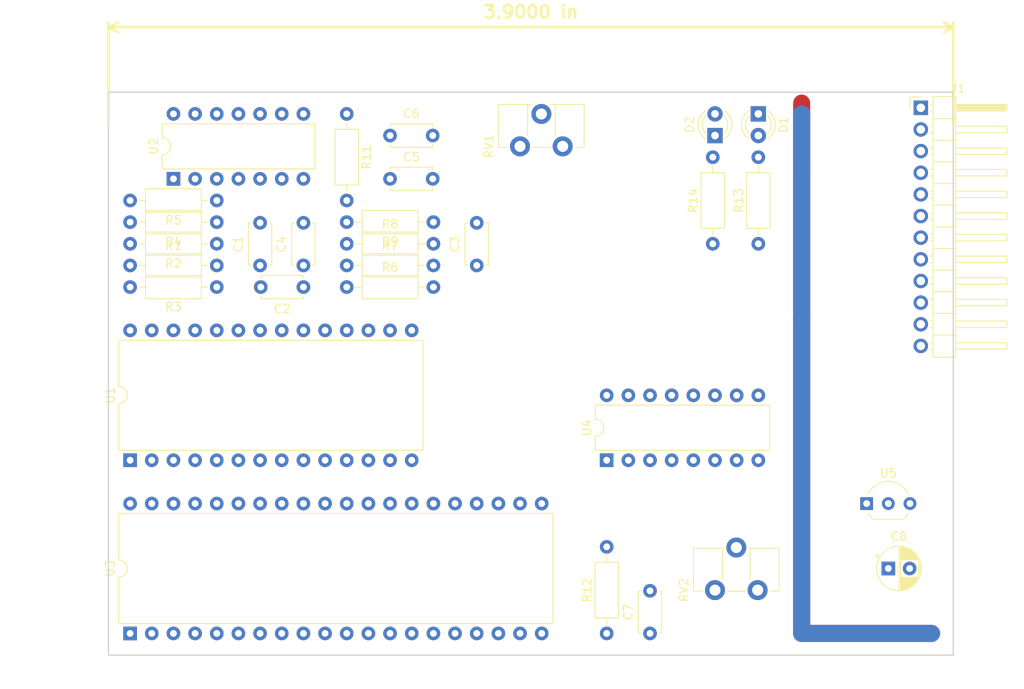
<source format=kicad_pcb>
(kicad_pcb (version 20171130) (host pcbnew "(5.0.2)-1")

  (general
    (thickness 1.6)
    (drawings 9)
    (tracks 6)
    (zones 0)
    (modules 31)
    (nets 59)
  )

  (page A4)
  (layers
    (0 F.Cu signal)
    (31 B.Cu signal)
    (32 B.Adhes user)
    (33 F.Adhes user)
    (34 B.Paste user)
    (35 F.Paste user)
    (36 B.SilkS user)
    (37 F.SilkS user)
    (38 B.Mask user)
    (39 F.Mask user)
    (40 Dwgs.User user)
    (41 Cmts.User user)
    (42 Eco1.User user)
    (43 Eco2.User user)
    (44 Edge.Cuts user)
    (45 Margin user)
    (46 B.CrtYd user)
    (47 F.CrtYd user)
    (48 B.Fab user)
    (49 F.Fab user)
  )

  (setup
    (last_trace_width 0.25)
    (trace_clearance 0.2)
    (zone_clearance 0.508)
    (zone_45_only no)
    (trace_min 0.2)
    (segment_width 0.2)
    (edge_width 0.15)
    (via_size 0.8)
    (via_drill 0.4)
    (via_min_size 0.4)
    (via_min_drill 0.3)
    (uvia_size 0.3)
    (uvia_drill 0.1)
    (uvias_allowed no)
    (uvia_min_size 0.2)
    (uvia_min_drill 0.1)
    (pcb_text_width 0.3)
    (pcb_text_size 1.5 1.5)
    (mod_edge_width 0.15)
    (mod_text_size 1 1)
    (mod_text_width 0.15)
    (pad_size 1.524 1.524)
    (pad_drill 0.762)
    (pad_to_mask_clearance 0.051)
    (solder_mask_min_width 0.25)
    (aux_axis_origin 0 0)
    (visible_elements 7FFFFFFF)
    (pcbplotparams
      (layerselection 0x010fc_ffffffff)
      (usegerberextensions false)
      (usegerberattributes false)
      (usegerberadvancedattributes false)
      (creategerberjobfile false)
      (excludeedgelayer true)
      (linewidth 0.100000)
      (plotframeref false)
      (viasonmask false)
      (mode 1)
      (useauxorigin false)
      (hpglpennumber 1)
      (hpglpenspeed 20)
      (hpglpendiameter 15.000000)
      (psnegative false)
      (psa4output false)
      (plotreference true)
      (plotvalue true)
      (plotinvisibletext false)
      (padsonsilk false)
      (subtractmaskfromsilk false)
      (outputformat 1)
      (mirror false)
      (drillshape 1)
      (scaleselection 1)
      (outputdirectory ""))
  )

  (net 0 "")
  (net 1 "Net-(C3-Pad1)")
  (net 2 "Net-(C4-Pad1)")
  (net 3 "Net-(C5-Pad1)")
  (net 4 "Net-(C5-Pad2)")
  (net 5 -5V)
  (net 6 "Net-(C2-Pad2)")
  (net 7 "Net-(C1-Pad1)")
  (net 8 GND)
  (net 9 "Net-(C2-Pad1)")
  (net 10 "Net-(C6-Pad2)")
  (net 11 "Net-(U1-Pad28)")
  (net 12 "Net-(U1-Pad13)")
  (net 13 "Net-(U1-Pad26)")
  (net 14 "Net-(U1-Pad24)")
  (net 15 "Net-(U1-Pad10)")
  (net 16 "Net-(U1-Pad23)")
  (net 17 "Net-(U1-Pad9)")
  (net 18 "Net-(U1-Pad22)")
  (net 19 "Net-(U1-Pad8)")
  (net 20 "Net-(U1-Pad21)")
  (net 21 "Net-(U1-Pad20)")
  (net 22 "Net-(U1-Pad6)")
  (net 23 "Net-(U1-Pad19)")
  (net 24 "Net-(U1-Pad18)")
  (net 25 "Net-(U1-Pad4)")
  (net 26 "Net-(U1-Pad17)")
  (net 27 "Net-(U1-Pad3)")
  (net 28 "Net-(U1-Pad16)")
  (net 29 "Net-(U1-Pad2)")
  (net 30 "Net-(U1-Pad1)")
  (net 31 "Net-(U3-Pad39)")
  (net 32 "Net-(U3-Pad17)")
  (net 33 "Net-(U3-Pad34)")
  (net 34 "Net-(U3-Pad14)")
  (net 35 "Net-(U3-Pad32)")
  (net 36 "Net-(U3-Pad12)")
  (net 37 "Net-(U3-Pad29)")
  (net 38 "Net-(U3-Pad27)")
  (net 39 "Net-(U3-Pad4)")
  (net 40 "Net-(U3-Pad3)")
  (net 41 "Net-(U3-Pad1)")
  (net 42 /-12v)
  (net 43 "Net-(R12-Pad2)")
  (net 44 "Net-(C7-Pad2)")
  (net 45 "Net-(J1-Pad11)")
  (net 46 +5V)
  (net 47 /Audio_OUT)
  (net 48 /CTRL1)
  (net 49 /PDC)
  (net 50 /CTRL4)
  (net 51 /CTRL2+8)
  (net 52 /ADDR8)
  (net 53 /IO_M0)
  (net 54 "Net-(D2-Pad1)")
  (net 55 "Net-(D1-Pad2)")
  (net 56 /SPK2)
  (net 57 /SPK1)
  (net 58 "Net-(J1-Pad9)")

  (net_class Default "This is the default net class."
    (clearance 0.2)
    (trace_width 0.25)
    (via_dia 0.8)
    (via_drill 0.4)
    (uvia_dia 0.3)
    (uvia_drill 0.1)
    (add_net +5V)
    (add_net -5V)
    (add_net /-12v)
    (add_net /ADDR8)
    (add_net /Audio_OUT)
    (add_net /CTRL1)
    (add_net /CTRL2+8)
    (add_net /CTRL4)
    (add_net /IO_M0)
    (add_net /PDC)
    (add_net /SPK1)
    (add_net /SPK2)
    (add_net GND)
    (add_net "Net-(C1-Pad1)")
    (add_net "Net-(C2-Pad1)")
    (add_net "Net-(C2-Pad2)")
    (add_net "Net-(C3-Pad1)")
    (add_net "Net-(C4-Pad1)")
    (add_net "Net-(C5-Pad1)")
    (add_net "Net-(C5-Pad2)")
    (add_net "Net-(C6-Pad2)")
    (add_net "Net-(C7-Pad2)")
    (add_net "Net-(D1-Pad2)")
    (add_net "Net-(D2-Pad1)")
    (add_net "Net-(J1-Pad11)")
    (add_net "Net-(J1-Pad9)")
    (add_net "Net-(R12-Pad2)")
    (add_net "Net-(U1-Pad1)")
    (add_net "Net-(U1-Pad10)")
    (add_net "Net-(U1-Pad13)")
    (add_net "Net-(U1-Pad16)")
    (add_net "Net-(U1-Pad17)")
    (add_net "Net-(U1-Pad18)")
    (add_net "Net-(U1-Pad19)")
    (add_net "Net-(U1-Pad2)")
    (add_net "Net-(U1-Pad20)")
    (add_net "Net-(U1-Pad21)")
    (add_net "Net-(U1-Pad22)")
    (add_net "Net-(U1-Pad23)")
    (add_net "Net-(U1-Pad24)")
    (add_net "Net-(U1-Pad26)")
    (add_net "Net-(U1-Pad28)")
    (add_net "Net-(U1-Pad3)")
    (add_net "Net-(U1-Pad4)")
    (add_net "Net-(U1-Pad6)")
    (add_net "Net-(U1-Pad8)")
    (add_net "Net-(U1-Pad9)")
    (add_net "Net-(U3-Pad1)")
    (add_net "Net-(U3-Pad12)")
    (add_net "Net-(U3-Pad14)")
    (add_net "Net-(U3-Pad17)")
    (add_net "Net-(U3-Pad27)")
    (add_net "Net-(U3-Pad29)")
    (add_net "Net-(U3-Pad3)")
    (add_net "Net-(U3-Pad32)")
    (add_net "Net-(U3-Pad34)")
    (add_net "Net-(U3-Pad39)")
    (add_net "Net-(U3-Pad4)")
  )

  (module LED_THT:LED_D3.0mm (layer F.Cu) (tedit 587A3A7B) (tstamp 5C524689)
    (at 109.22 30.48 270)
    (descr "LED, diameter 3.0mm, 2 pins")
    (tags "LED diameter 3.0mm 2 pins")
    (path /5C7EFCEA)
    (fp_text reference D1 (at 1.27 -2.96 270) (layer F.SilkS)
      (effects (font (size 1 1) (thickness 0.15)))
    )
    (fp_text value Red (at 1.27 2.96 270) (layer F.Fab)
      (effects (font (size 1 1) (thickness 0.15)))
    )
    (fp_line (start 3.7 -2.25) (end -1.15 -2.25) (layer F.CrtYd) (width 0.05))
    (fp_line (start 3.7 2.25) (end 3.7 -2.25) (layer F.CrtYd) (width 0.05))
    (fp_line (start -1.15 2.25) (end 3.7 2.25) (layer F.CrtYd) (width 0.05))
    (fp_line (start -1.15 -2.25) (end -1.15 2.25) (layer F.CrtYd) (width 0.05))
    (fp_line (start -0.29 1.08) (end -0.29 1.236) (layer F.SilkS) (width 0.12))
    (fp_line (start -0.29 -1.236) (end -0.29 -1.08) (layer F.SilkS) (width 0.12))
    (fp_line (start -0.23 -1.16619) (end -0.23 1.16619) (layer F.Fab) (width 0.1))
    (fp_circle (center 1.27 0) (end 2.77 0) (layer F.Fab) (width 0.1))
    (fp_arc (start 1.27 0) (end 0.229039 1.08) (angle -87.9) (layer F.SilkS) (width 0.12))
    (fp_arc (start 1.27 0) (end 0.229039 -1.08) (angle 87.9) (layer F.SilkS) (width 0.12))
    (fp_arc (start 1.27 0) (end -0.29 1.235516) (angle -108.8) (layer F.SilkS) (width 0.12))
    (fp_arc (start 1.27 0) (end -0.29 -1.235516) (angle 108.8) (layer F.SilkS) (width 0.12))
    (fp_arc (start 1.27 0) (end -0.23 -1.16619) (angle 284.3) (layer F.Fab) (width 0.1))
    (pad 2 thru_hole circle (at 2.54 0 270) (size 1.8 1.8) (drill 0.9) (layers *.Cu *.Mask)
      (net 55 "Net-(D1-Pad2)"))
    (pad 1 thru_hole rect (at 0 0 270) (size 1.8 1.8) (drill 0.9) (layers *.Cu *.Mask)
      (net 8 GND))
    (model ${KISYS3DMOD}/LED_THT.3dshapes/LED_D3.0mm.wrl
      (at (xyz 0 0 0))
      (scale (xyz 1 1 1))
      (rotate (xyz 0 0 0))
    )
  )

  (module LED_THT:LED_D3.0mm (layer F.Cu) (tedit 587A3A7B) (tstamp 5C524676)
    (at 104.14 33.02 90)
    (descr "LED, diameter 3.0mm, 2 pins")
    (tags "LED diameter 3.0mm 2 pins")
    (path /5C76C0AE)
    (fp_text reference D2 (at 1.27 -2.96 90) (layer F.SilkS)
      (effects (font (size 1 1) (thickness 0.15)))
    )
    (fp_text value Yellow (at 1.27 2.96 90) (layer F.Fab)
      (effects (font (size 1 1) (thickness 0.15)))
    )
    (fp_line (start 3.7 -2.25) (end -1.15 -2.25) (layer F.CrtYd) (width 0.05))
    (fp_line (start 3.7 2.25) (end 3.7 -2.25) (layer F.CrtYd) (width 0.05))
    (fp_line (start -1.15 2.25) (end 3.7 2.25) (layer F.CrtYd) (width 0.05))
    (fp_line (start -1.15 -2.25) (end -1.15 2.25) (layer F.CrtYd) (width 0.05))
    (fp_line (start -0.29 1.08) (end -0.29 1.236) (layer F.SilkS) (width 0.12))
    (fp_line (start -0.29 -1.236) (end -0.29 -1.08) (layer F.SilkS) (width 0.12))
    (fp_line (start -0.23 -1.16619) (end -0.23 1.16619) (layer F.Fab) (width 0.1))
    (fp_circle (center 1.27 0) (end 2.77 0) (layer F.Fab) (width 0.1))
    (fp_arc (start 1.27 0) (end 0.229039 1.08) (angle -87.9) (layer F.SilkS) (width 0.12))
    (fp_arc (start 1.27 0) (end 0.229039 -1.08) (angle 87.9) (layer F.SilkS) (width 0.12))
    (fp_arc (start 1.27 0) (end -0.29 1.235516) (angle -108.8) (layer F.SilkS) (width 0.12))
    (fp_arc (start 1.27 0) (end -0.29 -1.235516) (angle 108.8) (layer F.SilkS) (width 0.12))
    (fp_arc (start 1.27 0) (end -0.23 -1.16619) (angle 284.3) (layer F.Fab) (width 0.1))
    (pad 2 thru_hole circle (at 2.54 0 90) (size 1.8 1.8) (drill 0.9) (layers *.Cu *.Mask)
      (net 8 GND))
    (pad 1 thru_hole rect (at 0 0 90) (size 1.8 1.8) (drill 0.9) (layers *.Cu *.Mask)
      (net 54 "Net-(D2-Pad1)"))
    (model ${KISYS3DMOD}/LED_THT.3dshapes/LED_D3.0mm.wrl
      (at (xyz 0 0 0))
      (scale (xyz 1 1 1))
      (rotate (xyz 0 0 0))
    )
  )

  (module Capacitor_THT:C_Disc_D4.7mm_W2.5mm_P5.00mm (layer F.Cu) (tedit 5AE50EF0) (tstamp 5C50CCC2)
    (at 96.52 91.44 90)
    (descr "C, Disc series, Radial, pin pitch=5.00mm, , diameter*width=4.7*2.5mm^2, Capacitor, http://www.vishay.com/docs/45233/krseries.pdf")
    (tags "C Disc series Radial pin pitch 5.00mm  diameter 4.7mm width 2.5mm Capacitor")
    (path /5C50E623)
    (fp_text reference C7 (at 2.5 -2.56 90) (layer F.SilkS)
      (effects (font (size 1 1) (thickness 0.15)))
    )
    (fp_text value 68p (at 2.5 2.56 90) (layer F.Fab)
      (effects (font (size 1 1) (thickness 0.15)))
    )
    (fp_text user %R (at 2.5 0 90) (layer F.Fab)
      (effects (font (size 0.94 0.94) (thickness 0.141)))
    )
    (fp_line (start 6.05 -1.5) (end -1.05 -1.5) (layer F.CrtYd) (width 0.05))
    (fp_line (start 6.05 1.5) (end 6.05 -1.5) (layer F.CrtYd) (width 0.05))
    (fp_line (start -1.05 1.5) (end 6.05 1.5) (layer F.CrtYd) (width 0.05))
    (fp_line (start -1.05 -1.5) (end -1.05 1.5) (layer F.CrtYd) (width 0.05))
    (fp_line (start 4.97 1.055) (end 4.97 1.37) (layer F.SilkS) (width 0.12))
    (fp_line (start 4.97 -1.37) (end 4.97 -1.055) (layer F.SilkS) (width 0.12))
    (fp_line (start 0.03 1.055) (end 0.03 1.37) (layer F.SilkS) (width 0.12))
    (fp_line (start 0.03 -1.37) (end 0.03 -1.055) (layer F.SilkS) (width 0.12))
    (fp_line (start 0.03 1.37) (end 4.97 1.37) (layer F.SilkS) (width 0.12))
    (fp_line (start 0.03 -1.37) (end 4.97 -1.37) (layer F.SilkS) (width 0.12))
    (fp_line (start 4.85 -1.25) (end 0.15 -1.25) (layer F.Fab) (width 0.1))
    (fp_line (start 4.85 1.25) (end 4.85 -1.25) (layer F.Fab) (width 0.1))
    (fp_line (start 0.15 1.25) (end 4.85 1.25) (layer F.Fab) (width 0.1))
    (fp_line (start 0.15 -1.25) (end 0.15 1.25) (layer F.Fab) (width 0.1))
    (pad 2 thru_hole circle (at 5 0 90) (size 1.6 1.6) (drill 0.8) (layers *.Cu *.Mask)
      (net 44 "Net-(C7-Pad2)"))
    (pad 1 thru_hole circle (at 0 0 90) (size 1.6 1.6) (drill 0.8) (layers *.Cu *.Mask)
      (net 5 -5V))
    (model ${KISYS3DMOD}/Capacitor_THT.3dshapes/C_Disc_D4.7mm_W2.5mm_P5.00mm.wrl
      (at (xyz 0 0 0))
      (scale (xyz 1 1 1))
      (rotate (xyz 0 0 0))
    )
  )

  (module Capacitor_THT:C_Disc_D4.7mm_W2.5mm_P5.00mm (layer F.Cu) (tedit 5AE50EF0) (tstamp 5C4768D9)
    (at 50.8 48.26 90)
    (descr "C, Disc series, Radial, pin pitch=5.00mm, , diameter*width=4.7*2.5mm^2, Capacitor, http://www.vishay.com/docs/45233/krseries.pdf")
    (tags "C Disc series Radial pin pitch 5.00mm  diameter 4.7mm width 2.5mm Capacitor")
    (path /5C464176)
    (fp_text reference C1 (at 2.5 -2.56 90) (layer F.SilkS)
      (effects (font (size 1 1) (thickness 0.15)))
    )
    (fp_text value 1n (at 2.5 2.56 90) (layer F.Fab)
      (effects (font (size 1 1) (thickness 0.15)))
    )
    (fp_text user %R (at 2.5 0 90) (layer F.Fab)
      (effects (font (size 0.94 0.94) (thickness 0.141)))
    )
    (fp_line (start 6.05 -1.5) (end -1.05 -1.5) (layer F.CrtYd) (width 0.05))
    (fp_line (start 6.05 1.5) (end 6.05 -1.5) (layer F.CrtYd) (width 0.05))
    (fp_line (start -1.05 1.5) (end 6.05 1.5) (layer F.CrtYd) (width 0.05))
    (fp_line (start -1.05 -1.5) (end -1.05 1.5) (layer F.CrtYd) (width 0.05))
    (fp_line (start 4.97 1.055) (end 4.97 1.37) (layer F.SilkS) (width 0.12))
    (fp_line (start 4.97 -1.37) (end 4.97 -1.055) (layer F.SilkS) (width 0.12))
    (fp_line (start 0.03 1.055) (end 0.03 1.37) (layer F.SilkS) (width 0.12))
    (fp_line (start 0.03 -1.37) (end 0.03 -1.055) (layer F.SilkS) (width 0.12))
    (fp_line (start 0.03 1.37) (end 4.97 1.37) (layer F.SilkS) (width 0.12))
    (fp_line (start 0.03 -1.37) (end 4.97 -1.37) (layer F.SilkS) (width 0.12))
    (fp_line (start 4.85 -1.25) (end 0.15 -1.25) (layer F.Fab) (width 0.1))
    (fp_line (start 4.85 1.25) (end 4.85 -1.25) (layer F.Fab) (width 0.1))
    (fp_line (start 0.15 1.25) (end 4.85 1.25) (layer F.Fab) (width 0.1))
    (fp_line (start 0.15 -1.25) (end 0.15 1.25) (layer F.Fab) (width 0.1))
    (pad 2 thru_hole circle (at 5 0 90) (size 1.6 1.6) (drill 0.8) (layers *.Cu *.Mask)
      (net 8 GND))
    (pad 1 thru_hole circle (at 0 0 90) (size 1.6 1.6) (drill 0.8) (layers *.Cu *.Mask)
      (net 7 "Net-(C1-Pad1)"))
    (model ${KISYS3DMOD}/Capacitor_THT.3dshapes/C_Disc_D4.7mm_W2.5mm_P5.00mm.wrl
      (at (xyz 0 0 0))
      (scale (xyz 1 1 1))
      (rotate (xyz 0 0 0))
    )
  )

  (module Capacitor_THT:C_Disc_D4.7mm_W2.5mm_P5.00mm (layer F.Cu) (tedit 5AE50EF0) (tstamp 5C4768C4)
    (at 55.88 50.8 180)
    (descr "C, Disc series, Radial, pin pitch=5.00mm, , diameter*width=4.7*2.5mm^2, Capacitor, http://www.vishay.com/docs/45233/krseries.pdf")
    (tags "C Disc series Radial pin pitch 5.00mm  diameter 4.7mm width 2.5mm Capacitor")
    (path /5C467170)
    (fp_text reference C2 (at 2.5 -2.56 180) (layer F.SilkS)
      (effects (font (size 1 1) (thickness 0.15)))
    )
    (fp_text value 1n (at 2.5 2.56 180) (layer F.Fab)
      (effects (font (size 1 1) (thickness 0.15)))
    )
    (fp_text user %R (at 2.5 0 180) (layer F.Fab)
      (effects (font (size 0.94 0.94) (thickness 0.141)))
    )
    (fp_line (start 6.05 -1.5) (end -1.05 -1.5) (layer F.CrtYd) (width 0.05))
    (fp_line (start 6.05 1.5) (end 6.05 -1.5) (layer F.CrtYd) (width 0.05))
    (fp_line (start -1.05 1.5) (end 6.05 1.5) (layer F.CrtYd) (width 0.05))
    (fp_line (start -1.05 -1.5) (end -1.05 1.5) (layer F.CrtYd) (width 0.05))
    (fp_line (start 4.97 1.055) (end 4.97 1.37) (layer F.SilkS) (width 0.12))
    (fp_line (start 4.97 -1.37) (end 4.97 -1.055) (layer F.SilkS) (width 0.12))
    (fp_line (start 0.03 1.055) (end 0.03 1.37) (layer F.SilkS) (width 0.12))
    (fp_line (start 0.03 -1.37) (end 0.03 -1.055) (layer F.SilkS) (width 0.12))
    (fp_line (start 0.03 1.37) (end 4.97 1.37) (layer F.SilkS) (width 0.12))
    (fp_line (start 0.03 -1.37) (end 4.97 -1.37) (layer F.SilkS) (width 0.12))
    (fp_line (start 4.85 -1.25) (end 0.15 -1.25) (layer F.Fab) (width 0.1))
    (fp_line (start 4.85 1.25) (end 4.85 -1.25) (layer F.Fab) (width 0.1))
    (fp_line (start 0.15 1.25) (end 4.85 1.25) (layer F.Fab) (width 0.1))
    (fp_line (start 0.15 -1.25) (end 0.15 1.25) (layer F.Fab) (width 0.1))
    (pad 2 thru_hole circle (at 5 0 180) (size 1.6 1.6) (drill 0.8) (layers *.Cu *.Mask)
      (net 6 "Net-(C2-Pad2)"))
    (pad 1 thru_hole circle (at 0 0 180) (size 1.6 1.6) (drill 0.8) (layers *.Cu *.Mask)
      (net 9 "Net-(C2-Pad1)"))
    (model ${KISYS3DMOD}/Capacitor_THT.3dshapes/C_Disc_D4.7mm_W2.5mm_P5.00mm.wrl
      (at (xyz 0 0 0))
      (scale (xyz 1 1 1))
      (rotate (xyz 0 0 0))
    )
  )

  (module Capacitor_THT:C_Disc_D4.7mm_W2.5mm_P5.00mm (layer F.Cu) (tedit 5AE50EF0) (tstamp 5C4768AF)
    (at 76.2 48.26 90)
    (descr "C, Disc series, Radial, pin pitch=5.00mm, , diameter*width=4.7*2.5mm^2, Capacitor, http://www.vishay.com/docs/45233/krseries.pdf")
    (tags "C Disc series Radial pin pitch 5.00mm  diameter 4.7mm width 2.5mm Capacitor")
    (path /5C464876)
    (fp_text reference C3 (at 2.5 -2.56 90) (layer F.SilkS)
      (effects (font (size 1 1) (thickness 0.15)))
    )
    (fp_text value 10n (at 2.5 2.56 90) (layer F.Fab)
      (effects (font (size 1 1) (thickness 0.15)))
    )
    (fp_text user %R (at 2.5 0 90) (layer F.Fab)
      (effects (font (size 0.94 0.94) (thickness 0.141)))
    )
    (fp_line (start 6.05 -1.5) (end -1.05 -1.5) (layer F.CrtYd) (width 0.05))
    (fp_line (start 6.05 1.5) (end 6.05 -1.5) (layer F.CrtYd) (width 0.05))
    (fp_line (start -1.05 1.5) (end 6.05 1.5) (layer F.CrtYd) (width 0.05))
    (fp_line (start -1.05 -1.5) (end -1.05 1.5) (layer F.CrtYd) (width 0.05))
    (fp_line (start 4.97 1.055) (end 4.97 1.37) (layer F.SilkS) (width 0.12))
    (fp_line (start 4.97 -1.37) (end 4.97 -1.055) (layer F.SilkS) (width 0.12))
    (fp_line (start 0.03 1.055) (end 0.03 1.37) (layer F.SilkS) (width 0.12))
    (fp_line (start 0.03 -1.37) (end 0.03 -1.055) (layer F.SilkS) (width 0.12))
    (fp_line (start 0.03 1.37) (end 4.97 1.37) (layer F.SilkS) (width 0.12))
    (fp_line (start 0.03 -1.37) (end 4.97 -1.37) (layer F.SilkS) (width 0.12))
    (fp_line (start 4.85 -1.25) (end 0.15 -1.25) (layer F.Fab) (width 0.1))
    (fp_line (start 4.85 1.25) (end 4.85 -1.25) (layer F.Fab) (width 0.1))
    (fp_line (start 0.15 1.25) (end 4.85 1.25) (layer F.Fab) (width 0.1))
    (fp_line (start 0.15 -1.25) (end 0.15 1.25) (layer F.Fab) (width 0.1))
    (pad 2 thru_hole circle (at 5 0 90) (size 1.6 1.6) (drill 0.8) (layers *.Cu *.Mask)
      (net 8 GND))
    (pad 1 thru_hole circle (at 0 0 90) (size 1.6 1.6) (drill 0.8) (layers *.Cu *.Mask)
      (net 1 "Net-(C3-Pad1)"))
    (model ${KISYS3DMOD}/Capacitor_THT.3dshapes/C_Disc_D4.7mm_W2.5mm_P5.00mm.wrl
      (at (xyz 0 0 0))
      (scale (xyz 1 1 1))
      (rotate (xyz 0 0 0))
    )
  )

  (module Capacitor_THT:C_Disc_D4.7mm_W2.5mm_P5.00mm (layer F.Cu) (tedit 5AE50EF0) (tstamp 5C47689A)
    (at 55.88 48.26 90)
    (descr "C, Disc series, Radial, pin pitch=5.00mm, , diameter*width=4.7*2.5mm^2, Capacitor, http://www.vishay.com/docs/45233/krseries.pdf")
    (tags "C Disc series Radial pin pitch 5.00mm  diameter 4.7mm width 2.5mm Capacitor")
    (path /5C4648DE)
    (fp_text reference C4 (at 2.5 -2.56 90) (layer F.SilkS)
      (effects (font (size 1 1) (thickness 0.15)))
    )
    (fp_text value 10n (at 2.5 2.56 90) (layer F.Fab)
      (effects (font (size 1 1) (thickness 0.15)))
    )
    (fp_text user %R (at 2.5 0 90) (layer F.Fab)
      (effects (font (size 0.94 0.94) (thickness 0.141)))
    )
    (fp_line (start 6.05 -1.5) (end -1.05 -1.5) (layer F.CrtYd) (width 0.05))
    (fp_line (start 6.05 1.5) (end 6.05 -1.5) (layer F.CrtYd) (width 0.05))
    (fp_line (start -1.05 1.5) (end 6.05 1.5) (layer F.CrtYd) (width 0.05))
    (fp_line (start -1.05 -1.5) (end -1.05 1.5) (layer F.CrtYd) (width 0.05))
    (fp_line (start 4.97 1.055) (end 4.97 1.37) (layer F.SilkS) (width 0.12))
    (fp_line (start 4.97 -1.37) (end 4.97 -1.055) (layer F.SilkS) (width 0.12))
    (fp_line (start 0.03 1.055) (end 0.03 1.37) (layer F.SilkS) (width 0.12))
    (fp_line (start 0.03 -1.37) (end 0.03 -1.055) (layer F.SilkS) (width 0.12))
    (fp_line (start 0.03 1.37) (end 4.97 1.37) (layer F.SilkS) (width 0.12))
    (fp_line (start 0.03 -1.37) (end 4.97 -1.37) (layer F.SilkS) (width 0.12))
    (fp_line (start 4.85 -1.25) (end 0.15 -1.25) (layer F.Fab) (width 0.1))
    (fp_line (start 4.85 1.25) (end 4.85 -1.25) (layer F.Fab) (width 0.1))
    (fp_line (start 0.15 1.25) (end 4.85 1.25) (layer F.Fab) (width 0.1))
    (fp_line (start 0.15 -1.25) (end 0.15 1.25) (layer F.Fab) (width 0.1))
    (pad 2 thru_hole circle (at 5 0 90) (size 1.6 1.6) (drill 0.8) (layers *.Cu *.Mask)
      (net 8 GND))
    (pad 1 thru_hole circle (at 0 0 90) (size 1.6 1.6) (drill 0.8) (layers *.Cu *.Mask)
      (net 2 "Net-(C4-Pad1)"))
    (model ${KISYS3DMOD}/Capacitor_THT.3dshapes/C_Disc_D4.7mm_W2.5mm_P5.00mm.wrl
      (at (xyz 0 0 0))
      (scale (xyz 1 1 1))
      (rotate (xyz 0 0 0))
    )
  )

  (module Capacitor_THT:C_Disc_D4.7mm_W2.5mm_P5.00mm (layer F.Cu) (tedit 5AE50EF0) (tstamp 5C476885)
    (at 66.04 38.1)
    (descr "C, Disc series, Radial, pin pitch=5.00mm, , diameter*width=4.7*2.5mm^2, Capacitor, http://www.vishay.com/docs/45233/krseries.pdf")
    (tags "C Disc series Radial pin pitch 5.00mm  diameter 4.7mm width 2.5mm Capacitor")
    (path /5C4762FE)
    (fp_text reference C5 (at 2.5 -2.56) (layer F.SilkS)
      (effects (font (size 1 1) (thickness 0.15)))
    )
    (fp_text value 1n (at 2.5 2.56) (layer F.Fab)
      (effects (font (size 1 1) (thickness 0.15)))
    )
    (fp_text user %R (at 2.5 0) (layer F.Fab)
      (effects (font (size 0.94 0.94) (thickness 0.141)))
    )
    (fp_line (start 6.05 -1.5) (end -1.05 -1.5) (layer F.CrtYd) (width 0.05))
    (fp_line (start 6.05 1.5) (end 6.05 -1.5) (layer F.CrtYd) (width 0.05))
    (fp_line (start -1.05 1.5) (end 6.05 1.5) (layer F.CrtYd) (width 0.05))
    (fp_line (start -1.05 -1.5) (end -1.05 1.5) (layer F.CrtYd) (width 0.05))
    (fp_line (start 4.97 1.055) (end 4.97 1.37) (layer F.SilkS) (width 0.12))
    (fp_line (start 4.97 -1.37) (end 4.97 -1.055) (layer F.SilkS) (width 0.12))
    (fp_line (start 0.03 1.055) (end 0.03 1.37) (layer F.SilkS) (width 0.12))
    (fp_line (start 0.03 -1.37) (end 0.03 -1.055) (layer F.SilkS) (width 0.12))
    (fp_line (start 0.03 1.37) (end 4.97 1.37) (layer F.SilkS) (width 0.12))
    (fp_line (start 0.03 -1.37) (end 4.97 -1.37) (layer F.SilkS) (width 0.12))
    (fp_line (start 4.85 -1.25) (end 0.15 -1.25) (layer F.Fab) (width 0.1))
    (fp_line (start 4.85 1.25) (end 4.85 -1.25) (layer F.Fab) (width 0.1))
    (fp_line (start 0.15 1.25) (end 4.85 1.25) (layer F.Fab) (width 0.1))
    (fp_line (start 0.15 -1.25) (end 0.15 1.25) (layer F.Fab) (width 0.1))
    (pad 2 thru_hole circle (at 5 0) (size 1.6 1.6) (drill 0.8) (layers *.Cu *.Mask)
      (net 4 "Net-(C5-Pad2)"))
    (pad 1 thru_hole circle (at 0 0) (size 1.6 1.6) (drill 0.8) (layers *.Cu *.Mask)
      (net 3 "Net-(C5-Pad1)"))
    (model ${KISYS3DMOD}/Capacitor_THT.3dshapes/C_Disc_D4.7mm_W2.5mm_P5.00mm.wrl
      (at (xyz 0 0 0))
      (scale (xyz 1 1 1))
      (rotate (xyz 0 0 0))
    )
  )

  (module Capacitor_THT:C_Disc_D4.7mm_W2.5mm_P5.00mm (layer F.Cu) (tedit 5AE50EF0) (tstamp 5C476870)
    (at 66.04 33.02)
    (descr "C, Disc series, Radial, pin pitch=5.00mm, , diameter*width=4.7*2.5mm^2, Capacitor, http://www.vishay.com/docs/45233/krseries.pdf")
    (tags "C Disc series Radial pin pitch 5.00mm  diameter 4.7mm width 2.5mm Capacitor")
    (path /5C4777CF)
    (fp_text reference C6 (at 2.5 -2.56) (layer F.SilkS)
      (effects (font (size 1 1) (thickness 0.15)))
    )
    (fp_text value 100n (at 2.5 2.56) (layer F.Fab)
      (effects (font (size 1 1) (thickness 0.15)))
    )
    (fp_text user %R (at 2.5 0) (layer F.Fab)
      (effects (font (size 0.94 0.94) (thickness 0.141)))
    )
    (fp_line (start 6.05 -1.5) (end -1.05 -1.5) (layer F.CrtYd) (width 0.05))
    (fp_line (start 6.05 1.5) (end 6.05 -1.5) (layer F.CrtYd) (width 0.05))
    (fp_line (start -1.05 1.5) (end 6.05 1.5) (layer F.CrtYd) (width 0.05))
    (fp_line (start -1.05 -1.5) (end -1.05 1.5) (layer F.CrtYd) (width 0.05))
    (fp_line (start 4.97 1.055) (end 4.97 1.37) (layer F.SilkS) (width 0.12))
    (fp_line (start 4.97 -1.37) (end 4.97 -1.055) (layer F.SilkS) (width 0.12))
    (fp_line (start 0.03 1.055) (end 0.03 1.37) (layer F.SilkS) (width 0.12))
    (fp_line (start 0.03 -1.37) (end 0.03 -1.055) (layer F.SilkS) (width 0.12))
    (fp_line (start 0.03 1.37) (end 4.97 1.37) (layer F.SilkS) (width 0.12))
    (fp_line (start 0.03 -1.37) (end 4.97 -1.37) (layer F.SilkS) (width 0.12))
    (fp_line (start 4.85 -1.25) (end 0.15 -1.25) (layer F.Fab) (width 0.1))
    (fp_line (start 4.85 1.25) (end 4.85 -1.25) (layer F.Fab) (width 0.1))
    (fp_line (start 0.15 1.25) (end 4.85 1.25) (layer F.Fab) (width 0.1))
    (fp_line (start 0.15 -1.25) (end 0.15 1.25) (layer F.Fab) (width 0.1))
    (pad 2 thru_hole circle (at 5 0) (size 1.6 1.6) (drill 0.8) (layers *.Cu *.Mask)
      (net 10 "Net-(C6-Pad2)"))
    (pad 1 thru_hole circle (at 0 0) (size 1.6 1.6) (drill 0.8) (layers *.Cu *.Mask)
      (net 3 "Net-(C5-Pad1)"))
    (model ${KISYS3DMOD}/Capacitor_THT.3dshapes/C_Disc_D4.7mm_W2.5mm_P5.00mm.wrl
      (at (xyz 0 0 0))
      (scale (xyz 1 1 1))
      (rotate (xyz 0 0 0))
    )
  )

  (module Resistor_THT:R_Axial_DIN0207_L6.3mm_D2.5mm_P10.16mm_Horizontal (layer F.Cu) (tedit 5AE5139B) (tstamp 5C5242DF)
    (at 109.22 45.72 90)
    (descr "Resistor, Axial_DIN0207 series, Axial, Horizontal, pin pitch=10.16mm, 0.25W = 1/4W, length*diameter=6.3*2.5mm^2, http://cdn-reichelt.de/documents/datenblatt/B400/1_4W%23YAG.pdf")
    (tags "Resistor Axial_DIN0207 series Axial Horizontal pin pitch 10.16mm 0.25W = 1/4W length 6.3mm diameter 2.5mm")
    (path /5C7EFCE4)
    (fp_text reference R13 (at 5.08 -2.31 90) (layer F.SilkS)
      (effects (font (size 1 1) (thickness 0.15)))
    )
    (fp_text value 500 (at 5.08 2.31 90) (layer F.Fab)
      (effects (font (size 1 1) (thickness 0.15)))
    )
    (fp_text user %R (at 5.08 0 90) (layer F.Fab)
      (effects (font (size 1 1) (thickness 0.15)))
    )
    (fp_line (start 11.21 -1.5) (end -1.05 -1.5) (layer F.CrtYd) (width 0.05))
    (fp_line (start 11.21 1.5) (end 11.21 -1.5) (layer F.CrtYd) (width 0.05))
    (fp_line (start -1.05 1.5) (end 11.21 1.5) (layer F.CrtYd) (width 0.05))
    (fp_line (start -1.05 -1.5) (end -1.05 1.5) (layer F.CrtYd) (width 0.05))
    (fp_line (start 9.12 0) (end 8.35 0) (layer F.SilkS) (width 0.12))
    (fp_line (start 1.04 0) (end 1.81 0) (layer F.SilkS) (width 0.12))
    (fp_line (start 8.35 -1.37) (end 1.81 -1.37) (layer F.SilkS) (width 0.12))
    (fp_line (start 8.35 1.37) (end 8.35 -1.37) (layer F.SilkS) (width 0.12))
    (fp_line (start 1.81 1.37) (end 8.35 1.37) (layer F.SilkS) (width 0.12))
    (fp_line (start 1.81 -1.37) (end 1.81 1.37) (layer F.SilkS) (width 0.12))
    (fp_line (start 10.16 0) (end 8.23 0) (layer F.Fab) (width 0.1))
    (fp_line (start 0 0) (end 1.93 0) (layer F.Fab) (width 0.1))
    (fp_line (start 8.23 -1.25) (end 1.93 -1.25) (layer F.Fab) (width 0.1))
    (fp_line (start 8.23 1.25) (end 8.23 -1.25) (layer F.Fab) (width 0.1))
    (fp_line (start 1.93 1.25) (end 8.23 1.25) (layer F.Fab) (width 0.1))
    (fp_line (start 1.93 -1.25) (end 1.93 1.25) (layer F.Fab) (width 0.1))
    (pad 2 thru_hole oval (at 10.16 0 90) (size 1.6 1.6) (drill 0.8) (layers *.Cu *.Mask)
      (net 55 "Net-(D1-Pad2)"))
    (pad 1 thru_hole circle (at 0 0 90) (size 1.6 1.6) (drill 0.8) (layers *.Cu *.Mask)
      (net 46 +5V))
    (model ${KISYS3DMOD}/Resistor_THT.3dshapes/R_Axial_DIN0207_L6.3mm_D2.5mm_P10.16mm_Horizontal.wrl
      (at (xyz 0 0 0))
      (scale (xyz 1 1 1))
      (rotate (xyz 0 0 0))
    )
  )

  (module Resistor_THT:R_Axial_DIN0207_L6.3mm_D2.5mm_P10.16mm_Horizontal (layer F.Cu) (tedit 5AE5139B) (tstamp 5C5242C9)
    (at 103.878724 45.72 90)
    (descr "Resistor, Axial_DIN0207 series, Axial, Horizontal, pin pitch=10.16mm, 0.25W = 1/4W, length*diameter=6.3*2.5mm^2, http://cdn-reichelt.de/documents/datenblatt/B400/1_4W%23YAG.pdf")
    (tags "Resistor Axial_DIN0207 series Axial Horizontal pin pitch 10.16mm 0.25W = 1/4W length 6.3mm diameter 2.5mm")
    (path /5C76BF73)
    (fp_text reference R14 (at 5.08 -2.31 90) (layer F.SilkS)
      (effects (font (size 1 1) (thickness 0.15)))
    )
    (fp_text value 500 (at 5.08 2.31 90) (layer F.Fab)
      (effects (font (size 1 1) (thickness 0.15)))
    )
    (fp_text user %R (at 5.08 0 90) (layer F.Fab)
      (effects (font (size 1 1) (thickness 0.15)))
    )
    (fp_line (start 11.21 -1.5) (end -1.05 -1.5) (layer F.CrtYd) (width 0.05))
    (fp_line (start 11.21 1.5) (end 11.21 -1.5) (layer F.CrtYd) (width 0.05))
    (fp_line (start -1.05 1.5) (end 11.21 1.5) (layer F.CrtYd) (width 0.05))
    (fp_line (start -1.05 -1.5) (end -1.05 1.5) (layer F.CrtYd) (width 0.05))
    (fp_line (start 9.12 0) (end 8.35 0) (layer F.SilkS) (width 0.12))
    (fp_line (start 1.04 0) (end 1.81 0) (layer F.SilkS) (width 0.12))
    (fp_line (start 8.35 -1.37) (end 1.81 -1.37) (layer F.SilkS) (width 0.12))
    (fp_line (start 8.35 1.37) (end 8.35 -1.37) (layer F.SilkS) (width 0.12))
    (fp_line (start 1.81 1.37) (end 8.35 1.37) (layer F.SilkS) (width 0.12))
    (fp_line (start 1.81 -1.37) (end 1.81 1.37) (layer F.SilkS) (width 0.12))
    (fp_line (start 10.16 0) (end 8.23 0) (layer F.Fab) (width 0.1))
    (fp_line (start 0 0) (end 1.93 0) (layer F.Fab) (width 0.1))
    (fp_line (start 8.23 -1.25) (end 1.93 -1.25) (layer F.Fab) (width 0.1))
    (fp_line (start 8.23 1.25) (end 8.23 -1.25) (layer F.Fab) (width 0.1))
    (fp_line (start 1.93 1.25) (end 8.23 1.25) (layer F.Fab) (width 0.1))
    (fp_line (start 1.93 -1.25) (end 1.93 1.25) (layer F.Fab) (width 0.1))
    (pad 2 thru_hole oval (at 10.16 0 90) (size 1.6 1.6) (drill 0.8) (layers *.Cu *.Mask)
      (net 54 "Net-(D2-Pad1)"))
    (pad 1 thru_hole circle (at 0 0 90) (size 1.6 1.6) (drill 0.8) (layers *.Cu *.Mask)
      (net 5 -5V))
    (model ${KISYS3DMOD}/Resistor_THT.3dshapes/R_Axial_DIN0207_L6.3mm_D2.5mm_P10.16mm_Horizontal.wrl
      (at (xyz 0 0 0))
      (scale (xyz 1 1 1))
      (rotate (xyz 0 0 0))
    )
  )

  (module Resistor_THT:R_Axial_DIN0207_L6.3mm_D2.5mm_P10.16mm_Horizontal (layer F.Cu) (tedit 5AE5139B) (tstamp 5C50C7F7)
    (at 91.44 91.44 90)
    (descr "Resistor, Axial_DIN0207 series, Axial, Horizontal, pin pitch=10.16mm, 0.25W = 1/4W, length*diameter=6.3*2.5mm^2, http://cdn-reichelt.de/documents/datenblatt/B400/1_4W%23YAG.pdf")
    (tags "Resistor Axial_DIN0207 series Axial Horizontal pin pitch 10.16mm 0.25W = 1/4W length 6.3mm diameter 2.5mm")
    (path /5C5485CE)
    (fp_text reference R12 (at 5.08 -2.31 90) (layer F.SilkS)
      (effects (font (size 1 1) (thickness 0.15)))
    )
    (fp_text value 10k (at 5.08 2.31 90) (layer F.Fab)
      (effects (font (size 1 1) (thickness 0.15)))
    )
    (fp_text user %R (at 5.08 0 90) (layer F.Fab)
      (effects (font (size 1 1) (thickness 0.15)))
    )
    (fp_line (start 11.21 -1.5) (end -1.05 -1.5) (layer F.CrtYd) (width 0.05))
    (fp_line (start 11.21 1.5) (end 11.21 -1.5) (layer F.CrtYd) (width 0.05))
    (fp_line (start -1.05 1.5) (end 11.21 1.5) (layer F.CrtYd) (width 0.05))
    (fp_line (start -1.05 -1.5) (end -1.05 1.5) (layer F.CrtYd) (width 0.05))
    (fp_line (start 9.12 0) (end 8.35 0) (layer F.SilkS) (width 0.12))
    (fp_line (start 1.04 0) (end 1.81 0) (layer F.SilkS) (width 0.12))
    (fp_line (start 8.35 -1.37) (end 1.81 -1.37) (layer F.SilkS) (width 0.12))
    (fp_line (start 8.35 1.37) (end 8.35 -1.37) (layer F.SilkS) (width 0.12))
    (fp_line (start 1.81 1.37) (end 8.35 1.37) (layer F.SilkS) (width 0.12))
    (fp_line (start 1.81 -1.37) (end 1.81 1.37) (layer F.SilkS) (width 0.12))
    (fp_line (start 10.16 0) (end 8.23 0) (layer F.Fab) (width 0.1))
    (fp_line (start 0 0) (end 1.93 0) (layer F.Fab) (width 0.1))
    (fp_line (start 8.23 -1.25) (end 1.93 -1.25) (layer F.Fab) (width 0.1))
    (fp_line (start 8.23 1.25) (end 8.23 -1.25) (layer F.Fab) (width 0.1))
    (fp_line (start 1.93 1.25) (end 8.23 1.25) (layer F.Fab) (width 0.1))
    (fp_line (start 1.93 -1.25) (end 1.93 1.25) (layer F.Fab) (width 0.1))
    (pad 2 thru_hole oval (at 10.16 0 90) (size 1.6 1.6) (drill 0.8) (layers *.Cu *.Mask)
      (net 43 "Net-(R12-Pad2)"))
    (pad 1 thru_hole circle (at 0 0 90) (size 1.6 1.6) (drill 0.8) (layers *.Cu *.Mask)
      (net 5 -5V))
    (model ${KISYS3DMOD}/Resistor_THT.3dshapes/R_Axial_DIN0207_L6.3mm_D2.5mm_P10.16mm_Horizontal.wrl
      (at (xyz 0 0 0))
      (scale (xyz 1 1 1))
      (rotate (xyz 0 0 0))
    )
  )

  (module Resistor_THT:R_Axial_DIN0207_L6.3mm_D2.5mm_P10.16mm_Horizontal (layer F.Cu) (tedit 5AE5139B) (tstamp 5C4767D4)
    (at 60.96 48.26)
    (descr "Resistor, Axial_DIN0207 series, Axial, Horizontal, pin pitch=10.16mm, 0.25W = 1/4W, length*diameter=6.3*2.5mm^2, http://cdn-reichelt.de/documents/datenblatt/B400/1_4W%23YAG.pdf")
    (tags "Resistor Axial_DIN0207 series Axial Horizontal pin pitch 10.16mm 0.25W = 1/4W length 6.3mm diameter 2.5mm")
    (path /5C464840)
    (fp_text reference R7 (at 5.08 -2.31) (layer F.SilkS)
      (effects (font (size 1 1) (thickness 0.15)))
    )
    (fp_text value 12k (at 5.08 2.31) (layer F.Fab)
      (effects (font (size 1 1) (thickness 0.15)))
    )
    (fp_text user %R (at 5.08 0) (layer F.Fab)
      (effects (font (size 1 1) (thickness 0.15)))
    )
    (fp_line (start 11.21 -1.5) (end -1.05 -1.5) (layer F.CrtYd) (width 0.05))
    (fp_line (start 11.21 1.5) (end 11.21 -1.5) (layer F.CrtYd) (width 0.05))
    (fp_line (start -1.05 1.5) (end 11.21 1.5) (layer F.CrtYd) (width 0.05))
    (fp_line (start -1.05 -1.5) (end -1.05 1.5) (layer F.CrtYd) (width 0.05))
    (fp_line (start 9.12 0) (end 8.35 0) (layer F.SilkS) (width 0.12))
    (fp_line (start 1.04 0) (end 1.81 0) (layer F.SilkS) (width 0.12))
    (fp_line (start 8.35 -1.37) (end 1.81 -1.37) (layer F.SilkS) (width 0.12))
    (fp_line (start 8.35 1.37) (end 8.35 -1.37) (layer F.SilkS) (width 0.12))
    (fp_line (start 1.81 1.37) (end 8.35 1.37) (layer F.SilkS) (width 0.12))
    (fp_line (start 1.81 -1.37) (end 1.81 1.37) (layer F.SilkS) (width 0.12))
    (fp_line (start 10.16 0) (end 8.23 0) (layer F.Fab) (width 0.1))
    (fp_line (start 0 0) (end 1.93 0) (layer F.Fab) (width 0.1))
    (fp_line (start 8.23 -1.25) (end 1.93 -1.25) (layer F.Fab) (width 0.1))
    (fp_line (start 8.23 1.25) (end 8.23 -1.25) (layer F.Fab) (width 0.1))
    (fp_line (start 1.93 1.25) (end 8.23 1.25) (layer F.Fab) (width 0.1))
    (fp_line (start 1.93 -1.25) (end 1.93 1.25) (layer F.Fab) (width 0.1))
    (pad 2 thru_hole oval (at 10.16 0) (size 1.6 1.6) (drill 0.8) (layers *.Cu *.Mask)
      (net 1 "Net-(C3-Pad1)"))
    (pad 1 thru_hole circle (at 0 0) (size 1.6 1.6) (drill 0.8) (layers *.Cu *.Mask)
      (net 9 "Net-(C2-Pad1)"))
    (model ${KISYS3DMOD}/Resistor_THT.3dshapes/R_Axial_DIN0207_L6.3mm_D2.5mm_P10.16mm_Horizontal.wrl
      (at (xyz 0 0 0))
      (scale (xyz 1 1 1))
      (rotate (xyz 0 0 0))
    )
  )

  (module Resistor_THT:R_Axial_DIN0207_L6.3mm_D2.5mm_P10.16mm_Horizontal (layer F.Cu) (tedit 5AE5139B) (tstamp 5C4767BE)
    (at 60.96 50.8)
    (descr "Resistor, Axial_DIN0207 series, Axial, Horizontal, pin pitch=10.16mm, 0.25W = 1/4W, length*diameter=6.3*2.5mm^2, http://cdn-reichelt.de/documents/datenblatt/B400/1_4W%23YAG.pdf")
    (tags "Resistor Axial_DIN0207 series Axial Horizontal pin pitch 10.16mm 0.25W = 1/4W length 6.3mm diameter 2.5mm")
    (path /5C46712E)
    (fp_text reference R6 (at 5.08 -2.31) (layer F.SilkS)
      (effects (font (size 1 1) (thickness 0.15)))
    )
    (fp_text value 10k (at 5.08 2.31) (layer F.Fab)
      (effects (font (size 1 1) (thickness 0.15)))
    )
    (fp_text user %R (at 5.08 0) (layer F.Fab)
      (effects (font (size 1 1) (thickness 0.15)))
    )
    (fp_line (start 11.21 -1.5) (end -1.05 -1.5) (layer F.CrtYd) (width 0.05))
    (fp_line (start 11.21 1.5) (end 11.21 -1.5) (layer F.CrtYd) (width 0.05))
    (fp_line (start -1.05 1.5) (end 11.21 1.5) (layer F.CrtYd) (width 0.05))
    (fp_line (start -1.05 -1.5) (end -1.05 1.5) (layer F.CrtYd) (width 0.05))
    (fp_line (start 9.12 0) (end 8.35 0) (layer F.SilkS) (width 0.12))
    (fp_line (start 1.04 0) (end 1.81 0) (layer F.SilkS) (width 0.12))
    (fp_line (start 8.35 -1.37) (end 1.81 -1.37) (layer F.SilkS) (width 0.12))
    (fp_line (start 8.35 1.37) (end 8.35 -1.37) (layer F.SilkS) (width 0.12))
    (fp_line (start 1.81 1.37) (end 8.35 1.37) (layer F.SilkS) (width 0.12))
    (fp_line (start 1.81 -1.37) (end 1.81 1.37) (layer F.SilkS) (width 0.12))
    (fp_line (start 10.16 0) (end 8.23 0) (layer F.Fab) (width 0.1))
    (fp_line (start 0 0) (end 1.93 0) (layer F.Fab) (width 0.1))
    (fp_line (start 8.23 -1.25) (end 1.93 -1.25) (layer F.Fab) (width 0.1))
    (fp_line (start 8.23 1.25) (end 8.23 -1.25) (layer F.Fab) (width 0.1))
    (fp_line (start 1.93 1.25) (end 8.23 1.25) (layer F.Fab) (width 0.1))
    (fp_line (start 1.93 -1.25) (end 1.93 1.25) (layer F.Fab) (width 0.1))
    (pad 2 thru_hole oval (at 10.16 0) (size 1.6 1.6) (drill 0.8) (layers *.Cu *.Mask)
      (net 6 "Net-(C2-Pad2)"))
    (pad 1 thru_hole circle (at 0 0) (size 1.6 1.6) (drill 0.8) (layers *.Cu *.Mask)
      (net 9 "Net-(C2-Pad1)"))
    (model ${KISYS3DMOD}/Resistor_THT.3dshapes/R_Axial_DIN0207_L6.3mm_D2.5mm_P10.16mm_Horizontal.wrl
      (at (xyz 0 0 0))
      (scale (xyz 1 1 1))
      (rotate (xyz 0 0 0))
    )
  )

  (module Resistor_THT:R_Axial_DIN0207_L6.3mm_D2.5mm_P10.16mm_Horizontal (layer F.Cu) (tedit 5AE5139B) (tstamp 5C4767A8)
    (at 45.72 40.64 180)
    (descr "Resistor, Axial_DIN0207 series, Axial, Horizontal, pin pitch=10.16mm, 0.25W = 1/4W, length*diameter=6.3*2.5mm^2, http://cdn-reichelt.de/documents/datenblatt/B400/1_4W%23YAG.pdf")
    (tags "Resistor Axial_DIN0207 series Axial Horizontal pin pitch 10.16mm 0.25W = 1/4W length 6.3mm diameter 2.5mm")
    (path /5C464107)
    (fp_text reference R5 (at 5.08 -2.31 180) (layer F.SilkS)
      (effects (font (size 1 1) (thickness 0.15)))
    )
    (fp_text value 10k (at 5.08 2.31 180) (layer F.Fab)
      (effects (font (size 1 1) (thickness 0.15)))
    )
    (fp_text user %R (at 5.08 0 180) (layer F.Fab)
      (effects (font (size 1 1) (thickness 0.15)))
    )
    (fp_line (start 11.21 -1.5) (end -1.05 -1.5) (layer F.CrtYd) (width 0.05))
    (fp_line (start 11.21 1.5) (end 11.21 -1.5) (layer F.CrtYd) (width 0.05))
    (fp_line (start -1.05 1.5) (end 11.21 1.5) (layer F.CrtYd) (width 0.05))
    (fp_line (start -1.05 -1.5) (end -1.05 1.5) (layer F.CrtYd) (width 0.05))
    (fp_line (start 9.12 0) (end 8.35 0) (layer F.SilkS) (width 0.12))
    (fp_line (start 1.04 0) (end 1.81 0) (layer F.SilkS) (width 0.12))
    (fp_line (start 8.35 -1.37) (end 1.81 -1.37) (layer F.SilkS) (width 0.12))
    (fp_line (start 8.35 1.37) (end 8.35 -1.37) (layer F.SilkS) (width 0.12))
    (fp_line (start 1.81 1.37) (end 8.35 1.37) (layer F.SilkS) (width 0.12))
    (fp_line (start 1.81 -1.37) (end 1.81 1.37) (layer F.SilkS) (width 0.12))
    (fp_line (start 10.16 0) (end 8.23 0) (layer F.Fab) (width 0.1))
    (fp_line (start 0 0) (end 1.93 0) (layer F.Fab) (width 0.1))
    (fp_line (start 8.23 -1.25) (end 1.93 -1.25) (layer F.Fab) (width 0.1))
    (fp_line (start 8.23 1.25) (end 8.23 -1.25) (layer F.Fab) (width 0.1))
    (fp_line (start 1.93 1.25) (end 8.23 1.25) (layer F.Fab) (width 0.1))
    (fp_line (start 1.93 -1.25) (end 1.93 1.25) (layer F.Fab) (width 0.1))
    (pad 2 thru_hole oval (at 10.16 0 180) (size 1.6 1.6) (drill 0.8) (layers *.Cu *.Mask)
      (net 8 GND))
    (pad 1 thru_hole circle (at 0 0 180) (size 1.6 1.6) (drill 0.8) (layers *.Cu *.Mask)
      (net 7 "Net-(C1-Pad1)"))
    (model ${KISYS3DMOD}/Resistor_THT.3dshapes/R_Axial_DIN0207_L6.3mm_D2.5mm_P10.16mm_Horizontal.wrl
      (at (xyz 0 0 0))
      (scale (xyz 1 1 1))
      (rotate (xyz 0 0 0))
    )
  )

  (module Resistor_THT:R_Axial_DIN0207_L6.3mm_D2.5mm_P10.16mm_Horizontal (layer F.Cu) (tedit 5AE5139B) (tstamp 5C476792)
    (at 45.72 43.18 180)
    (descr "Resistor, Axial_DIN0207 series, Axial, Horizontal, pin pitch=10.16mm, 0.25W = 1/4W, length*diameter=6.3*2.5mm^2, http://cdn-reichelt.de/documents/datenblatt/B400/1_4W%23YAG.pdf")
    (tags "Resistor Axial_DIN0207 series Axial Horizontal pin pitch 10.16mm 0.25W = 1/4W length 6.3mm diameter 2.5mm")
    (path /5C463B39)
    (fp_text reference R4 (at 5.08 -2.31 180) (layer F.SilkS)
      (effects (font (size 1 1) (thickness 0.15)))
    )
    (fp_text value 10k (at 5.08 2.31 180) (layer F.Fab)
      (effects (font (size 1 1) (thickness 0.15)))
    )
    (fp_text user %R (at 5.08 0 180) (layer F.Fab)
      (effects (font (size 1 1) (thickness 0.15)))
    )
    (fp_line (start 11.21 -1.5) (end -1.05 -1.5) (layer F.CrtYd) (width 0.05))
    (fp_line (start 11.21 1.5) (end 11.21 -1.5) (layer F.CrtYd) (width 0.05))
    (fp_line (start -1.05 1.5) (end 11.21 1.5) (layer F.CrtYd) (width 0.05))
    (fp_line (start -1.05 -1.5) (end -1.05 1.5) (layer F.CrtYd) (width 0.05))
    (fp_line (start 9.12 0) (end 8.35 0) (layer F.SilkS) (width 0.12))
    (fp_line (start 1.04 0) (end 1.81 0) (layer F.SilkS) (width 0.12))
    (fp_line (start 8.35 -1.37) (end 1.81 -1.37) (layer F.SilkS) (width 0.12))
    (fp_line (start 8.35 1.37) (end 8.35 -1.37) (layer F.SilkS) (width 0.12))
    (fp_line (start 1.81 1.37) (end 8.35 1.37) (layer F.SilkS) (width 0.12))
    (fp_line (start 1.81 -1.37) (end 1.81 1.37) (layer F.SilkS) (width 0.12))
    (fp_line (start 10.16 0) (end 8.23 0) (layer F.Fab) (width 0.1))
    (fp_line (start 0 0) (end 1.93 0) (layer F.Fab) (width 0.1))
    (fp_line (start 8.23 -1.25) (end 1.93 -1.25) (layer F.Fab) (width 0.1))
    (fp_line (start 8.23 1.25) (end 8.23 -1.25) (layer F.Fab) (width 0.1))
    (fp_line (start 1.93 1.25) (end 8.23 1.25) (layer F.Fab) (width 0.1))
    (fp_line (start 1.93 -1.25) (end 1.93 1.25) (layer F.Fab) (width 0.1))
    (pad 2 thru_hole oval (at 10.16 0 180) (size 1.6 1.6) (drill 0.8) (layers *.Cu *.Mask)
      (net 56 /SPK2))
    (pad 1 thru_hole circle (at 0 0 180) (size 1.6 1.6) (drill 0.8) (layers *.Cu *.Mask)
      (net 7 "Net-(C1-Pad1)"))
    (model ${KISYS3DMOD}/Resistor_THT.3dshapes/R_Axial_DIN0207_L6.3mm_D2.5mm_P10.16mm_Horizontal.wrl
      (at (xyz 0 0 0))
      (scale (xyz 1 1 1))
      (rotate (xyz 0 0 0))
    )
  )

  (module Resistor_THT:R_Axial_DIN0207_L6.3mm_D2.5mm_P10.16mm_Horizontal (layer F.Cu) (tedit 5AE5139B) (tstamp 5C47677C)
    (at 45.72 50.8 180)
    (descr "Resistor, Axial_DIN0207 series, Axial, Horizontal, pin pitch=10.16mm, 0.25W = 1/4W, length*diameter=6.3*2.5mm^2, http://cdn-reichelt.de/documents/datenblatt/B400/1_4W%23YAG.pdf")
    (tags "Resistor Axial_DIN0207 series Axial Horizontal pin pitch 10.16mm 0.25W = 1/4W length 6.3mm diameter 2.5mm")
    (path /5C463A40)
    (fp_text reference R3 (at 5.08 -2.31 180) (layer F.SilkS)
      (effects (font (size 1 1) (thickness 0.15)))
    )
    (fp_text value 10k (at 5.08 2.31 180) (layer F.Fab)
      (effects (font (size 1 1) (thickness 0.15)))
    )
    (fp_text user %R (at 5.08 0 180) (layer F.Fab)
      (effects (font (size 1 1) (thickness 0.15)))
    )
    (fp_line (start 11.21 -1.5) (end -1.05 -1.5) (layer F.CrtYd) (width 0.05))
    (fp_line (start 11.21 1.5) (end 11.21 -1.5) (layer F.CrtYd) (width 0.05))
    (fp_line (start -1.05 1.5) (end 11.21 1.5) (layer F.CrtYd) (width 0.05))
    (fp_line (start -1.05 -1.5) (end -1.05 1.5) (layer F.CrtYd) (width 0.05))
    (fp_line (start 9.12 0) (end 8.35 0) (layer F.SilkS) (width 0.12))
    (fp_line (start 1.04 0) (end 1.81 0) (layer F.SilkS) (width 0.12))
    (fp_line (start 8.35 -1.37) (end 1.81 -1.37) (layer F.SilkS) (width 0.12))
    (fp_line (start 8.35 1.37) (end 8.35 -1.37) (layer F.SilkS) (width 0.12))
    (fp_line (start 1.81 1.37) (end 8.35 1.37) (layer F.SilkS) (width 0.12))
    (fp_line (start 1.81 -1.37) (end 1.81 1.37) (layer F.SilkS) (width 0.12))
    (fp_line (start 10.16 0) (end 8.23 0) (layer F.Fab) (width 0.1))
    (fp_line (start 0 0) (end 1.93 0) (layer F.Fab) (width 0.1))
    (fp_line (start 8.23 -1.25) (end 1.93 -1.25) (layer F.Fab) (width 0.1))
    (fp_line (start 8.23 1.25) (end 8.23 -1.25) (layer F.Fab) (width 0.1))
    (fp_line (start 1.93 1.25) (end 8.23 1.25) (layer F.Fab) (width 0.1))
    (fp_line (start 1.93 -1.25) (end 1.93 1.25) (layer F.Fab) (width 0.1))
    (pad 2 thru_hole oval (at 10.16 0 180) (size 1.6 1.6) (drill 0.8) (layers *.Cu *.Mask)
      (net 57 /SPK1))
    (pad 1 thru_hole circle (at 0 0 180) (size 1.6 1.6) (drill 0.8) (layers *.Cu *.Mask)
      (net 6 "Net-(C2-Pad2)"))
    (model ${KISYS3DMOD}/Resistor_THT.3dshapes/R_Axial_DIN0207_L6.3mm_D2.5mm_P10.16mm_Horizontal.wrl
      (at (xyz 0 0 0))
      (scale (xyz 1 1 1))
      (rotate (xyz 0 0 0))
    )
  )

  (module Resistor_THT:R_Axial_DIN0207_L6.3mm_D2.5mm_P10.16mm_Horizontal (layer F.Cu) (tedit 5AE5139B) (tstamp 5C476766)
    (at 45.72 45.72 180)
    (descr "Resistor, Axial_DIN0207 series, Axial, Horizontal, pin pitch=10.16mm, 0.25W = 1/4W, length*diameter=6.3*2.5mm^2, http://cdn-reichelt.de/documents/datenblatt/B400/1_4W%23YAG.pdf")
    (tags "Resistor Axial_DIN0207 series Axial Horizontal pin pitch 10.16mm 0.25W = 1/4W length 6.3mm diameter 2.5mm")
    (path /5C463941)
    (fp_text reference R2 (at 5.08 -2.31 180) (layer F.SilkS)
      (effects (font (size 1 1) (thickness 0.15)))
    )
    (fp_text value 47 (at 5.08 2.31 180) (layer F.Fab)
      (effects (font (size 1 1) (thickness 0.15)))
    )
    (fp_text user %R (at 5.08 0 180) (layer F.Fab)
      (effects (font (size 1 1) (thickness 0.15)))
    )
    (fp_line (start 11.21 -1.5) (end -1.05 -1.5) (layer F.CrtYd) (width 0.05))
    (fp_line (start 11.21 1.5) (end 11.21 -1.5) (layer F.CrtYd) (width 0.05))
    (fp_line (start -1.05 1.5) (end 11.21 1.5) (layer F.CrtYd) (width 0.05))
    (fp_line (start -1.05 -1.5) (end -1.05 1.5) (layer F.CrtYd) (width 0.05))
    (fp_line (start 9.12 0) (end 8.35 0) (layer F.SilkS) (width 0.12))
    (fp_line (start 1.04 0) (end 1.81 0) (layer F.SilkS) (width 0.12))
    (fp_line (start 8.35 -1.37) (end 1.81 -1.37) (layer F.SilkS) (width 0.12))
    (fp_line (start 8.35 1.37) (end 8.35 -1.37) (layer F.SilkS) (width 0.12))
    (fp_line (start 1.81 1.37) (end 8.35 1.37) (layer F.SilkS) (width 0.12))
    (fp_line (start 1.81 -1.37) (end 1.81 1.37) (layer F.SilkS) (width 0.12))
    (fp_line (start 10.16 0) (end 8.23 0) (layer F.Fab) (width 0.1))
    (fp_line (start 0 0) (end 1.93 0) (layer F.Fab) (width 0.1))
    (fp_line (start 8.23 -1.25) (end 1.93 -1.25) (layer F.Fab) (width 0.1))
    (fp_line (start 8.23 1.25) (end 8.23 -1.25) (layer F.Fab) (width 0.1))
    (fp_line (start 1.93 1.25) (end 8.23 1.25) (layer F.Fab) (width 0.1))
    (fp_line (start 1.93 -1.25) (end 1.93 1.25) (layer F.Fab) (width 0.1))
    (pad 2 thru_hole oval (at 10.16 0 180) (size 1.6 1.6) (drill 0.8) (layers *.Cu *.Mask)
      (net 56 /SPK2))
    (pad 1 thru_hole circle (at 0 0 180) (size 1.6 1.6) (drill 0.8) (layers *.Cu *.Mask)
      (net 5 -5V))
    (model ${KISYS3DMOD}/Resistor_THT.3dshapes/R_Axial_DIN0207_L6.3mm_D2.5mm_P10.16mm_Horizontal.wrl
      (at (xyz 0 0 0))
      (scale (xyz 1 1 1))
      (rotate (xyz 0 0 0))
    )
  )

  (module Resistor_THT:R_Axial_DIN0207_L6.3mm_D2.5mm_P10.16mm_Horizontal (layer F.Cu) (tedit 5AE5139B) (tstamp 5C524BDF)
    (at 35.56 48.26)
    (descr "Resistor, Axial_DIN0207 series, Axial, Horizontal, pin pitch=10.16mm, 0.25W = 1/4W, length*diameter=6.3*2.5mm^2, http://cdn-reichelt.de/documents/datenblatt/B400/1_4W%23YAG.pdf")
    (tags "Resistor Axial_DIN0207 series Axial Horizontal pin pitch 10.16mm 0.25W = 1/4W length 6.3mm diameter 2.5mm")
    (path /5C4638BB)
    (fp_text reference R1 (at 5.08 -2.31) (layer F.SilkS)
      (effects (font (size 1 1) (thickness 0.15)))
    )
    (fp_text value 47 (at 5.08 2.31) (layer F.Fab)
      (effects (font (size 1 1) (thickness 0.15)))
    )
    (fp_text user %R (at 5.08 0) (layer F.Fab)
      (effects (font (size 1 1) (thickness 0.15)))
    )
    (fp_line (start 11.21 -1.5) (end -1.05 -1.5) (layer F.CrtYd) (width 0.05))
    (fp_line (start 11.21 1.5) (end 11.21 -1.5) (layer F.CrtYd) (width 0.05))
    (fp_line (start -1.05 1.5) (end 11.21 1.5) (layer F.CrtYd) (width 0.05))
    (fp_line (start -1.05 -1.5) (end -1.05 1.5) (layer F.CrtYd) (width 0.05))
    (fp_line (start 9.12 0) (end 8.35 0) (layer F.SilkS) (width 0.12))
    (fp_line (start 1.04 0) (end 1.81 0) (layer F.SilkS) (width 0.12))
    (fp_line (start 8.35 -1.37) (end 1.81 -1.37) (layer F.SilkS) (width 0.12))
    (fp_line (start 8.35 1.37) (end 8.35 -1.37) (layer F.SilkS) (width 0.12))
    (fp_line (start 1.81 1.37) (end 8.35 1.37) (layer F.SilkS) (width 0.12))
    (fp_line (start 1.81 -1.37) (end 1.81 1.37) (layer F.SilkS) (width 0.12))
    (fp_line (start 10.16 0) (end 8.23 0) (layer F.Fab) (width 0.1))
    (fp_line (start 0 0) (end 1.93 0) (layer F.Fab) (width 0.1))
    (fp_line (start 8.23 -1.25) (end 1.93 -1.25) (layer F.Fab) (width 0.1))
    (fp_line (start 8.23 1.25) (end 8.23 -1.25) (layer F.Fab) (width 0.1))
    (fp_line (start 1.93 1.25) (end 8.23 1.25) (layer F.Fab) (width 0.1))
    (fp_line (start 1.93 -1.25) (end 1.93 1.25) (layer F.Fab) (width 0.1))
    (pad 2 thru_hole oval (at 10.16 0) (size 1.6 1.6) (drill 0.8) (layers *.Cu *.Mask)
      (net 5 -5V))
    (pad 1 thru_hole circle (at 0 0) (size 1.6 1.6) (drill 0.8) (layers *.Cu *.Mask)
      (net 57 /SPK1))
    (model ${KISYS3DMOD}/Resistor_THT.3dshapes/R_Axial_DIN0207_L6.3mm_D2.5mm_P10.16mm_Horizontal.wrl
      (at (xyz 0 0 0))
      (scale (xyz 1 1 1))
      (rotate (xyz 0 0 0))
    )
  )

  (module Resistor_THT:R_Axial_DIN0207_L6.3mm_D2.5mm_P10.16mm_Horizontal (layer F.Cu) (tedit 5AE5139B) (tstamp 5C47673A)
    (at 71.12 43.18 180)
    (descr "Resistor, Axial_DIN0207 series, Axial, Horizontal, pin pitch=10.16mm, 0.25W = 1/4W, length*diameter=6.3*2.5mm^2, http://cdn-reichelt.de/documents/datenblatt/B400/1_4W%23YAG.pdf")
    (tags "Resistor Axial_DIN0207 series Axial Horizontal pin pitch 10.16mm 0.25W = 1/4W length 6.3mm diameter 2.5mm")
    (path /5C475D06)
    (fp_text reference R9 (at 5.08 -2.31 180) (layer F.SilkS)
      (effects (font (size 1 1) (thickness 0.15)))
    )
    (fp_text value 6k8 (at 5.08 2.31 180) (layer F.Fab)
      (effects (font (size 1 1) (thickness 0.15)))
    )
    (fp_text user %R (at 5.08 0 180) (layer F.Fab)
      (effects (font (size 1 1) (thickness 0.15)))
    )
    (fp_line (start 11.21 -1.5) (end -1.05 -1.5) (layer F.CrtYd) (width 0.05))
    (fp_line (start 11.21 1.5) (end 11.21 -1.5) (layer F.CrtYd) (width 0.05))
    (fp_line (start -1.05 1.5) (end 11.21 1.5) (layer F.CrtYd) (width 0.05))
    (fp_line (start -1.05 -1.5) (end -1.05 1.5) (layer F.CrtYd) (width 0.05))
    (fp_line (start 9.12 0) (end 8.35 0) (layer F.SilkS) (width 0.12))
    (fp_line (start 1.04 0) (end 1.81 0) (layer F.SilkS) (width 0.12))
    (fp_line (start 8.35 -1.37) (end 1.81 -1.37) (layer F.SilkS) (width 0.12))
    (fp_line (start 8.35 1.37) (end 8.35 -1.37) (layer F.SilkS) (width 0.12))
    (fp_line (start 1.81 1.37) (end 8.35 1.37) (layer F.SilkS) (width 0.12))
    (fp_line (start 1.81 -1.37) (end 1.81 1.37) (layer F.SilkS) (width 0.12))
    (fp_line (start 10.16 0) (end 8.23 0) (layer F.Fab) (width 0.1))
    (fp_line (start 0 0) (end 1.93 0) (layer F.Fab) (width 0.1))
    (fp_line (start 8.23 -1.25) (end 1.93 -1.25) (layer F.Fab) (width 0.1))
    (fp_line (start 8.23 1.25) (end 8.23 -1.25) (layer F.Fab) (width 0.1))
    (fp_line (start 1.93 1.25) (end 8.23 1.25) (layer F.Fab) (width 0.1))
    (fp_line (start 1.93 -1.25) (end 1.93 1.25) (layer F.Fab) (width 0.1))
    (pad 2 thru_hole oval (at 10.16 0 180) (size 1.6 1.6) (drill 0.8) (layers *.Cu *.Mask)
      (net 2 "Net-(C4-Pad1)"))
    (pad 1 thru_hole circle (at 0 0 180) (size 1.6 1.6) (drill 0.8) (layers *.Cu *.Mask)
      (net 4 "Net-(C5-Pad2)"))
    (model ${KISYS3DMOD}/Resistor_THT.3dshapes/R_Axial_DIN0207_L6.3mm_D2.5mm_P10.16mm_Horizontal.wrl
      (at (xyz 0 0 0))
      (scale (xyz 1 1 1))
      (rotate (xyz 0 0 0))
    )
  )

  (module Resistor_THT:R_Axial_DIN0207_L6.3mm_D2.5mm_P10.16mm_Horizontal (layer F.Cu) (tedit 5AE5139B) (tstamp 5C476724)
    (at 60.96 30.48 270)
    (descr "Resistor, Axial_DIN0207 series, Axial, Horizontal, pin pitch=10.16mm, 0.25W = 1/4W, length*diameter=6.3*2.5mm^2, http://cdn-reichelt.de/documents/datenblatt/B400/1_4W%23YAG.pdf")
    (tags "Resistor Axial_DIN0207 series Axial Horizontal pin pitch 10.16mm 0.25W = 1/4W length 6.3mm diameter 2.5mm")
    (path /5C4762B8)
    (fp_text reference R11 (at 5.08 -2.31 270) (layer F.SilkS)
      (effects (font (size 1 1) (thickness 0.15)))
    )
    (fp_text value 20k (at 5.08 2.31 270) (layer F.Fab)
      (effects (font (size 1 1) (thickness 0.15)))
    )
    (fp_text user %R (at 5.08 0 270) (layer F.Fab)
      (effects (font (size 1 1) (thickness 0.15)))
    )
    (fp_line (start 11.21 -1.5) (end -1.05 -1.5) (layer F.CrtYd) (width 0.05))
    (fp_line (start 11.21 1.5) (end 11.21 -1.5) (layer F.CrtYd) (width 0.05))
    (fp_line (start -1.05 1.5) (end 11.21 1.5) (layer F.CrtYd) (width 0.05))
    (fp_line (start -1.05 -1.5) (end -1.05 1.5) (layer F.CrtYd) (width 0.05))
    (fp_line (start 9.12 0) (end 8.35 0) (layer F.SilkS) (width 0.12))
    (fp_line (start 1.04 0) (end 1.81 0) (layer F.SilkS) (width 0.12))
    (fp_line (start 8.35 -1.37) (end 1.81 -1.37) (layer F.SilkS) (width 0.12))
    (fp_line (start 8.35 1.37) (end 8.35 -1.37) (layer F.SilkS) (width 0.12))
    (fp_line (start 1.81 1.37) (end 8.35 1.37) (layer F.SilkS) (width 0.12))
    (fp_line (start 1.81 -1.37) (end 1.81 1.37) (layer F.SilkS) (width 0.12))
    (fp_line (start 10.16 0) (end 8.23 0) (layer F.Fab) (width 0.1))
    (fp_line (start 0 0) (end 1.93 0) (layer F.Fab) (width 0.1))
    (fp_line (start 8.23 -1.25) (end 1.93 -1.25) (layer F.Fab) (width 0.1))
    (fp_line (start 8.23 1.25) (end 8.23 -1.25) (layer F.Fab) (width 0.1))
    (fp_line (start 1.93 1.25) (end 8.23 1.25) (layer F.Fab) (width 0.1))
    (fp_line (start 1.93 -1.25) (end 1.93 1.25) (layer F.Fab) (width 0.1))
    (pad 2 thru_hole oval (at 10.16 0 270) (size 1.6 1.6) (drill 0.8) (layers *.Cu *.Mask)
      (net 2 "Net-(C4-Pad1)"))
    (pad 1 thru_hole circle (at 0 0 270) (size 1.6 1.6) (drill 0.8) (layers *.Cu *.Mask)
      (net 3 "Net-(C5-Pad1)"))
    (model ${KISYS3DMOD}/Resistor_THT.3dshapes/R_Axial_DIN0207_L6.3mm_D2.5mm_P10.16mm_Horizontal.wrl
      (at (xyz 0 0 0))
      (scale (xyz 1 1 1))
      (rotate (xyz 0 0 0))
    )
  )

  (module Resistor_THT:R_Axial_DIN0207_L6.3mm_D2.5mm_P10.16mm_Horizontal (layer F.Cu) (tedit 5AE5139B) (tstamp 5C47670E)
    (at 60.96 45.72)
    (descr "Resistor, Axial_DIN0207 series, Axial, Horizontal, pin pitch=10.16mm, 0.25W = 1/4W, length*diameter=6.3*2.5mm^2, http://cdn-reichelt.de/documents/datenblatt/B400/1_4W%23YAG.pdf")
    (tags "Resistor Axial_DIN0207 series Axial Horizontal pin pitch 10.16mm 0.25W = 1/4W length 6.3mm diameter 2.5mm")
    (path /5C464910)
    (fp_text reference R8 (at 5.08 -2.31) (layer F.SilkS)
      (effects (font (size 1 1) (thickness 0.15)))
    )
    (fp_text value 10k (at 5.08 2.31) (layer F.Fab)
      (effects (font (size 1 1) (thickness 0.15)))
    )
    (fp_text user %R (at 5.08 0) (layer F.Fab)
      (effects (font (size 1 1) (thickness 0.15)))
    )
    (fp_line (start 11.21 -1.5) (end -1.05 -1.5) (layer F.CrtYd) (width 0.05))
    (fp_line (start 11.21 1.5) (end 11.21 -1.5) (layer F.CrtYd) (width 0.05))
    (fp_line (start -1.05 1.5) (end 11.21 1.5) (layer F.CrtYd) (width 0.05))
    (fp_line (start -1.05 -1.5) (end -1.05 1.5) (layer F.CrtYd) (width 0.05))
    (fp_line (start 9.12 0) (end 8.35 0) (layer F.SilkS) (width 0.12))
    (fp_line (start 1.04 0) (end 1.81 0) (layer F.SilkS) (width 0.12))
    (fp_line (start 8.35 -1.37) (end 1.81 -1.37) (layer F.SilkS) (width 0.12))
    (fp_line (start 8.35 1.37) (end 8.35 -1.37) (layer F.SilkS) (width 0.12))
    (fp_line (start 1.81 1.37) (end 8.35 1.37) (layer F.SilkS) (width 0.12))
    (fp_line (start 1.81 -1.37) (end 1.81 1.37) (layer F.SilkS) (width 0.12))
    (fp_line (start 10.16 0) (end 8.23 0) (layer F.Fab) (width 0.1))
    (fp_line (start 0 0) (end 1.93 0) (layer F.Fab) (width 0.1))
    (fp_line (start 8.23 -1.25) (end 1.93 -1.25) (layer F.Fab) (width 0.1))
    (fp_line (start 8.23 1.25) (end 8.23 -1.25) (layer F.Fab) (width 0.1))
    (fp_line (start 1.93 1.25) (end 8.23 1.25) (layer F.Fab) (width 0.1))
    (fp_line (start 1.93 -1.25) (end 1.93 1.25) (layer F.Fab) (width 0.1))
    (pad 2 thru_hole oval (at 10.16 0) (size 1.6 1.6) (drill 0.8) (layers *.Cu *.Mask)
      (net 1 "Net-(C3-Pad1)"))
    (pad 1 thru_hole circle (at 0 0) (size 1.6 1.6) (drill 0.8) (layers *.Cu *.Mask)
      (net 2 "Net-(C4-Pad1)"))
    (model ${KISYS3DMOD}/Resistor_THT.3dshapes/R_Axial_DIN0207_L6.3mm_D2.5mm_P10.16mm_Horizontal.wrl
      (at (xyz 0 0 0))
      (scale (xyz 1 1 1))
      (rotate (xyz 0 0 0))
    )
  )

  (module Connector_PinHeader_2.54mm:PinHeader_1x12_P2.54mm_Horizontal (layer F.Cu) (tedit 59FED5CB) (tstamp 5C50CAAB)
    (at 128.27 29.765001)
    (descr "Through hole angled pin header, 1x12, 2.54mm pitch, 6mm pin length, single row")
    (tags "Through hole angled pin header THT 1x12 2.54mm single row")
    (path /5C50B79E)
    (fp_text reference J1 (at 4.385 -2.27) (layer F.SilkS)
      (effects (font (size 1 1) (thickness 0.15)))
    )
    (fp_text value Conn_01x12_Female (at 4.385 30.21) (layer F.Fab)
      (effects (font (size 1 1) (thickness 0.15)))
    )
    (fp_text user %R (at 2.77 13.97 90) (layer F.Fab)
      (effects (font (size 1 1) (thickness 0.15)))
    )
    (fp_line (start 10.55 -1.8) (end -1.8 -1.8) (layer F.CrtYd) (width 0.05))
    (fp_line (start 10.55 29.75) (end 10.55 -1.8) (layer F.CrtYd) (width 0.05))
    (fp_line (start -1.8 29.75) (end 10.55 29.75) (layer F.CrtYd) (width 0.05))
    (fp_line (start -1.8 -1.8) (end -1.8 29.75) (layer F.CrtYd) (width 0.05))
    (fp_line (start -1.27 -1.27) (end 0 -1.27) (layer F.SilkS) (width 0.12))
    (fp_line (start -1.27 0) (end -1.27 -1.27) (layer F.SilkS) (width 0.12))
    (fp_line (start 1.042929 28.32) (end 1.44 28.32) (layer F.SilkS) (width 0.12))
    (fp_line (start 1.042929 27.56) (end 1.44 27.56) (layer F.SilkS) (width 0.12))
    (fp_line (start 10.1 28.32) (end 4.1 28.32) (layer F.SilkS) (width 0.12))
    (fp_line (start 10.1 27.56) (end 10.1 28.32) (layer F.SilkS) (width 0.12))
    (fp_line (start 4.1 27.56) (end 10.1 27.56) (layer F.SilkS) (width 0.12))
    (fp_line (start 1.44 26.67) (end 4.1 26.67) (layer F.SilkS) (width 0.12))
    (fp_line (start 1.042929 25.78) (end 1.44 25.78) (layer F.SilkS) (width 0.12))
    (fp_line (start 1.042929 25.02) (end 1.44 25.02) (layer F.SilkS) (width 0.12))
    (fp_line (start 10.1 25.78) (end 4.1 25.78) (layer F.SilkS) (width 0.12))
    (fp_line (start 10.1 25.02) (end 10.1 25.78) (layer F.SilkS) (width 0.12))
    (fp_line (start 4.1 25.02) (end 10.1 25.02) (layer F.SilkS) (width 0.12))
    (fp_line (start 1.44 24.13) (end 4.1 24.13) (layer F.SilkS) (width 0.12))
    (fp_line (start 1.042929 23.24) (end 1.44 23.24) (layer F.SilkS) (width 0.12))
    (fp_line (start 1.042929 22.48) (end 1.44 22.48) (layer F.SilkS) (width 0.12))
    (fp_line (start 10.1 23.24) (end 4.1 23.24) (layer F.SilkS) (width 0.12))
    (fp_line (start 10.1 22.48) (end 10.1 23.24) (layer F.SilkS) (width 0.12))
    (fp_line (start 4.1 22.48) (end 10.1 22.48) (layer F.SilkS) (width 0.12))
    (fp_line (start 1.44 21.59) (end 4.1 21.59) (layer F.SilkS) (width 0.12))
    (fp_line (start 1.042929 20.7) (end 1.44 20.7) (layer F.SilkS) (width 0.12))
    (fp_line (start 1.042929 19.94) (end 1.44 19.94) (layer F.SilkS) (width 0.12))
    (fp_line (start 10.1 20.7) (end 4.1 20.7) (layer F.SilkS) (width 0.12))
    (fp_line (start 10.1 19.94) (end 10.1 20.7) (layer F.SilkS) (width 0.12))
    (fp_line (start 4.1 19.94) (end 10.1 19.94) (layer F.SilkS) (width 0.12))
    (fp_line (start 1.44 19.05) (end 4.1 19.05) (layer F.SilkS) (width 0.12))
    (fp_line (start 1.042929 18.16) (end 1.44 18.16) (layer F.SilkS) (width 0.12))
    (fp_line (start 1.042929 17.4) (end 1.44 17.4) (layer F.SilkS) (width 0.12))
    (fp_line (start 10.1 18.16) (end 4.1 18.16) (layer F.SilkS) (width 0.12))
    (fp_line (start 10.1 17.4) (end 10.1 18.16) (layer F.SilkS) (width 0.12))
    (fp_line (start 4.1 17.4) (end 10.1 17.4) (layer F.SilkS) (width 0.12))
    (fp_line (start 1.44 16.51) (end 4.1 16.51) (layer F.SilkS) (width 0.12))
    (fp_line (start 1.042929 15.62) (end 1.44 15.62) (layer F.SilkS) (width 0.12))
    (fp_line (start 1.042929 14.86) (end 1.44 14.86) (layer F.SilkS) (width 0.12))
    (fp_line (start 10.1 15.62) (end 4.1 15.62) (layer F.SilkS) (width 0.12))
    (fp_line (start 10.1 14.86) (end 10.1 15.62) (layer F.SilkS) (width 0.12))
    (fp_line (start 4.1 14.86) (end 10.1 14.86) (layer F.SilkS) (width 0.12))
    (fp_line (start 1.44 13.97) (end 4.1 13.97) (layer F.SilkS) (width 0.12))
    (fp_line (start 1.042929 13.08) (end 1.44 13.08) (layer F.SilkS) (width 0.12))
    (fp_line (start 1.042929 12.32) (end 1.44 12.32) (layer F.SilkS) (width 0.12))
    (fp_line (start 10.1 13.08) (end 4.1 13.08) (layer F.SilkS) (width 0.12))
    (fp_line (start 10.1 12.32) (end 10.1 13.08) (layer F.SilkS) (width 0.12))
    (fp_line (start 4.1 12.32) (end 10.1 12.32) (layer F.SilkS) (width 0.12))
    (fp_line (start 1.44 11.43) (end 4.1 11.43) (layer F.SilkS) (width 0.12))
    (fp_line (start 1.042929 10.54) (end 1.44 10.54) (layer F.SilkS) (width 0.12))
    (fp_line (start 1.042929 9.78) (end 1.44 9.78) (layer F.SilkS) (width 0.12))
    (fp_line (start 10.1 10.54) (end 4.1 10.54) (layer F.SilkS) (width 0.12))
    (fp_line (start 10.1 9.78) (end 10.1 10.54) (layer F.SilkS) (width 0.12))
    (fp_line (start 4.1 9.78) (end 10.1 9.78) (layer F.SilkS) (width 0.12))
    (fp_line (start 1.44 8.89) (end 4.1 8.89) (layer F.SilkS) (width 0.12))
    (fp_line (start 1.042929 8) (end 1.44 8) (layer F.SilkS) (width 0.12))
    (fp_line (start 1.042929 7.24) (end 1.44 7.24) (layer F.SilkS) (width 0.12))
    (fp_line (start 10.1 8) (end 4.1 8) (layer F.SilkS) (width 0.12))
    (fp_line (start 10.1 7.24) (end 10.1 8) (layer F.SilkS) (width 0.12))
    (fp_line (start 4.1 7.24) (end 10.1 7.24) (layer F.SilkS) (width 0.12))
    (fp_line (start 1.44 6.35) (end 4.1 6.35) (layer F.SilkS) (width 0.12))
    (fp_line (start 1.042929 5.46) (end 1.44 5.46) (layer F.SilkS) (width 0.12))
    (fp_line (start 1.042929 4.7) (end 1.44 4.7) (layer F.SilkS) (width 0.12))
    (fp_line (start 10.1 5.46) (end 4.1 5.46) (layer F.SilkS) (width 0.12))
    (fp_line (start 10.1 4.7) (end 10.1 5.46) (layer F.SilkS) (width 0.12))
    (fp_line (start 4.1 4.7) (end 10.1 4.7) (layer F.SilkS) (width 0.12))
    (fp_line (start 1.44 3.81) (end 4.1 3.81) (layer F.SilkS) (width 0.12))
    (fp_line (start 1.042929 2.92) (end 1.44 2.92) (layer F.SilkS) (width 0.12))
    (fp_line (start 1.042929 2.16) (end 1.44 2.16) (layer F.SilkS) (width 0.12))
    (fp_line (start 10.1 2.92) (end 4.1 2.92) (layer F.SilkS) (width 0.12))
    (fp_line (start 10.1 2.16) (end 10.1 2.92) (layer F.SilkS) (width 0.12))
    (fp_line (start 4.1 2.16) (end 10.1 2.16) (layer F.SilkS) (width 0.12))
    (fp_line (start 1.44 1.27) (end 4.1 1.27) (layer F.SilkS) (width 0.12))
    (fp_line (start 1.11 0.38) (end 1.44 0.38) (layer F.SilkS) (width 0.12))
    (fp_line (start 1.11 -0.38) (end 1.44 -0.38) (layer F.SilkS) (width 0.12))
    (fp_line (start 4.1 0.28) (end 10.1 0.28) (layer F.SilkS) (width 0.12))
    (fp_line (start 4.1 0.16) (end 10.1 0.16) (layer F.SilkS) (width 0.12))
    (fp_line (start 4.1 0.04) (end 10.1 0.04) (layer F.SilkS) (width 0.12))
    (fp_line (start 4.1 -0.08) (end 10.1 -0.08) (layer F.SilkS) (width 0.12))
    (fp_line (start 4.1 -0.2) (end 10.1 -0.2) (layer F.SilkS) (width 0.12))
    (fp_line (start 4.1 -0.32) (end 10.1 -0.32) (layer F.SilkS) (width 0.12))
    (fp_line (start 10.1 0.38) (end 4.1 0.38) (layer F.SilkS) (width 0.12))
    (fp_line (start 10.1 -0.38) (end 10.1 0.38) (layer F.SilkS) (width 0.12))
    (fp_line (start 4.1 -0.38) (end 10.1 -0.38) (layer F.SilkS) (width 0.12))
    (fp_line (start 4.1 -1.33) (end 1.44 -1.33) (layer F.SilkS) (width 0.12))
    (fp_line (start 4.1 29.27) (end 4.1 -1.33) (layer F.SilkS) (width 0.12))
    (fp_line (start 1.44 29.27) (end 4.1 29.27) (layer F.SilkS) (width 0.12))
    (fp_line (start 1.44 -1.33) (end 1.44 29.27) (layer F.SilkS) (width 0.12))
    (fp_line (start 4.04 28.26) (end 10.04 28.26) (layer F.Fab) (width 0.1))
    (fp_line (start 10.04 27.62) (end 10.04 28.26) (layer F.Fab) (width 0.1))
    (fp_line (start 4.04 27.62) (end 10.04 27.62) (layer F.Fab) (width 0.1))
    (fp_line (start -0.32 28.26) (end 1.5 28.26) (layer F.Fab) (width 0.1))
    (fp_line (start -0.32 27.62) (end -0.32 28.26) (layer F.Fab) (width 0.1))
    (fp_line (start -0.32 27.62) (end 1.5 27.62) (layer F.Fab) (width 0.1))
    (fp_line (start 4.04 25.72) (end 10.04 25.72) (layer F.Fab) (width 0.1))
    (fp_line (start 10.04 25.08) (end 10.04 25.72) (layer F.Fab) (width 0.1))
    (fp_line (start 4.04 25.08) (end 10.04 25.08) (layer F.Fab) (width 0.1))
    (fp_line (start -0.32 25.72) (end 1.5 25.72) (layer F.Fab) (width 0.1))
    (fp_line (start -0.32 25.08) (end -0.32 25.72) (layer F.Fab) (width 0.1))
    (fp_line (start -0.32 25.08) (end 1.5 25.08) (layer F.Fab) (width 0.1))
    (fp_line (start 4.04 23.18) (end 10.04 23.18) (layer F.Fab) (width 0.1))
    (fp_line (start 10.04 22.54) (end 10.04 23.18) (layer F.Fab) (width 0.1))
    (fp_line (start 4.04 22.54) (end 10.04 22.54) (layer F.Fab) (width 0.1))
    (fp_line (start -0.32 23.18) (end 1.5 23.18) (layer F.Fab) (width 0.1))
    (fp_line (start -0.32 22.54) (end -0.32 23.18) (layer F.Fab) (width 0.1))
    (fp_line (start -0.32 22.54) (end 1.5 22.54) (layer F.Fab) (width 0.1))
    (fp_line (start 4.04 20.64) (end 10.04 20.64) (layer F.Fab) (width 0.1))
    (fp_line (start 10.04 20) (end 10.04 20.64) (layer F.Fab) (width 0.1))
    (fp_line (start 4.04 20) (end 10.04 20) (layer F.Fab) (width 0.1))
    (fp_line (start -0.32 20.64) (end 1.5 20.64) (layer F.Fab) (width 0.1))
    (fp_line (start -0.32 20) (end -0.32 20.64) (layer F.Fab) (width 0.1))
    (fp_line (start -0.32 20) (end 1.5 20) (layer F.Fab) (width 0.1))
    (fp_line (start 4.04 18.1) (end 10.04 18.1) (layer F.Fab) (width 0.1))
    (fp_line (start 10.04 17.46) (end 10.04 18.1) (layer F.Fab) (width 0.1))
    (fp_line (start 4.04 17.46) (end 10.04 17.46) (layer F.Fab) (width 0.1))
    (fp_line (start -0.32 18.1) (end 1.5 18.1) (layer F.Fab) (width 0.1))
    (fp_line (start -0.32 17.46) (end -0.32 18.1) (layer F.Fab) (width 0.1))
    (fp_line (start -0.32 17.46) (end 1.5 17.46) (layer F.Fab) (width 0.1))
    (fp_line (start 4.04 15.56) (end 10.04 15.56) (layer F.Fab) (width 0.1))
    (fp_line (start 10.04 14.92) (end 10.04 15.56) (layer F.Fab) (width 0.1))
    (fp_line (start 4.04 14.92) (end 10.04 14.92) (layer F.Fab) (width 0.1))
    (fp_line (start -0.32 15.56) (end 1.5 15.56) (layer F.Fab) (width 0.1))
    (fp_line (start -0.32 14.92) (end -0.32 15.56) (layer F.Fab) (width 0.1))
    (fp_line (start -0.32 14.92) (end 1.5 14.92) (layer F.Fab) (width 0.1))
    (fp_line (start 4.04 13.02) (end 10.04 13.02) (layer F.Fab) (width 0.1))
    (fp_line (start 10.04 12.38) (end 10.04 13.02) (layer F.Fab) (width 0.1))
    (fp_line (start 4.04 12.38) (end 10.04 12.38) (layer F.Fab) (width 0.1))
    (fp_line (start -0.32 13.02) (end 1.5 13.02) (layer F.Fab) (width 0.1))
    (fp_line (start -0.32 12.38) (end -0.32 13.02) (layer F.Fab) (width 0.1))
    (fp_line (start -0.32 12.38) (end 1.5 12.38) (layer F.Fab) (width 0.1))
    (fp_line (start 4.04 10.48) (end 10.04 10.48) (layer F.Fab) (width 0.1))
    (fp_line (start 10.04 9.84) (end 10.04 10.48) (layer F.Fab) (width 0.1))
    (fp_line (start 4.04 9.84) (end 10.04 9.84) (layer F.Fab) (width 0.1))
    (fp_line (start -0.32 10.48) (end 1.5 10.48) (layer F.Fab) (width 0.1))
    (fp_line (start -0.32 9.84) (end -0.32 10.48) (layer F.Fab) (width 0.1))
    (fp_line (start -0.32 9.84) (end 1.5 9.84) (layer F.Fab) (width 0.1))
    (fp_line (start 4.04 7.94) (end 10.04 7.94) (layer F.Fab) (width 0.1))
    (fp_line (start 10.04 7.3) (end 10.04 7.94) (layer F.Fab) (width 0.1))
    (fp_line (start 4.04 7.3) (end 10.04 7.3) (layer F.Fab) (width 0.1))
    (fp_line (start -0.32 7.94) (end 1.5 7.94) (layer F.Fab) (width 0.1))
    (fp_line (start -0.32 7.3) (end -0.32 7.94) (layer F.Fab) (width 0.1))
    (fp_line (start -0.32 7.3) (end 1.5 7.3) (layer F.Fab) (width 0.1))
    (fp_line (start 4.04 5.4) (end 10.04 5.4) (layer F.Fab) (width 0.1))
    (fp_line (start 10.04 4.76) (end 10.04 5.4) (layer F.Fab) (width 0.1))
    (fp_line (start 4.04 4.76) (end 10.04 4.76) (layer F.Fab) (width 0.1))
    (fp_line (start -0.32 5.4) (end 1.5 5.4) (layer F.Fab) (width 0.1))
    (fp_line (start -0.32 4.76) (end -0.32 5.4) (layer F.Fab) (width 0.1))
    (fp_line (start -0.32 4.76) (end 1.5 4.76) (layer F.Fab) (width 0.1))
    (fp_line (start 4.04 2.86) (end 10.04 2.86) (layer F.Fab) (width 0.1))
    (fp_line (start 10.04 2.22) (end 10.04 2.86) (layer F.Fab) (width 0.1))
    (fp_line (start 4.04 2.22) (end 10.04 2.22) (layer F.Fab) (width 0.1))
    (fp_line (start -0.32 2.86) (end 1.5 2.86) (layer F.Fab) (width 0.1))
    (fp_line (start -0.32 2.22) (end -0.32 2.86) (layer F.Fab) (width 0.1))
    (fp_line (start -0.32 2.22) (end 1.5 2.22) (layer F.Fab) (width 0.1))
    (fp_line (start 4.04 0.32) (end 10.04 0.32) (layer F.Fab) (width 0.1))
    (fp_line (start 10.04 -0.32) (end 10.04 0.32) (layer F.Fab) (width 0.1))
    (fp_line (start 4.04 -0.32) (end 10.04 -0.32) (layer F.Fab) (width 0.1))
    (fp_line (start -0.32 0.32) (end 1.5 0.32) (layer F.Fab) (width 0.1))
    (fp_line (start -0.32 -0.32) (end -0.32 0.32) (layer F.Fab) (width 0.1))
    (fp_line (start -0.32 -0.32) (end 1.5 -0.32) (layer F.Fab) (width 0.1))
    (fp_line (start 1.5 -0.635) (end 2.135 -1.27) (layer F.Fab) (width 0.1))
    (fp_line (start 1.5 29.21) (end 1.5 -0.635) (layer F.Fab) (width 0.1))
    (fp_line (start 4.04 29.21) (end 1.5 29.21) (layer F.Fab) (width 0.1))
    (fp_line (start 4.04 -1.27) (end 4.04 29.21) (layer F.Fab) (width 0.1))
    (fp_line (start 2.135 -1.27) (end 4.04 -1.27) (layer F.Fab) (width 0.1))
    (pad 12 thru_hole oval (at 0 27.94) (size 1.7 1.7) (drill 1) (layers *.Cu *.Mask)
      (net 42 /-12v))
    (pad 11 thru_hole oval (at 0 25.4) (size 1.7 1.7) (drill 1) (layers *.Cu *.Mask)
      (net 45 "Net-(J1-Pad11)"))
    (pad 10 thru_hole oval (at 0 22.86) (size 1.7 1.7) (drill 1) (layers *.Cu *.Mask)
      (net 47 /Audio_OUT))
    (pad 9 thru_hole oval (at 0 20.32) (size 1.7 1.7) (drill 1) (layers *.Cu *.Mask)
      (net 58 "Net-(J1-Pad9)"))
    (pad 8 thru_hole oval (at 0 17.78) (size 1.7 1.7) (drill 1) (layers *.Cu *.Mask)
      (net 48 /CTRL1))
    (pad 7 thru_hole oval (at 0 15.24) (size 1.7 1.7) (drill 1) (layers *.Cu *.Mask)
      (net 49 /PDC))
    (pad 6 thru_hole oval (at 0 12.7) (size 1.7 1.7) (drill 1) (layers *.Cu *.Mask)
      (net 50 /CTRL4))
    (pad 5 thru_hole oval (at 0 10.16) (size 1.7 1.7) (drill 1) (layers *.Cu *.Mask)
      (net 51 /CTRL2+8))
    (pad 4 thru_hole oval (at 0 7.62) (size 1.7 1.7) (drill 1) (layers *.Cu *.Mask)
      (net 46 +5V))
    (pad 3 thru_hole oval (at 0 5.08) (size 1.7 1.7) (drill 1) (layers *.Cu *.Mask)
      (net 52 /ADDR8))
    (pad 2 thru_hole oval (at 0 2.54) (size 1.7 1.7) (drill 1) (layers *.Cu *.Mask)
      (net 53 /IO_M0))
    (pad 1 thru_hole rect (at 0 0) (size 1.7 1.7) (drill 1) (layers *.Cu *.Mask)
      (net 8 GND))
    (model ${KISYS3DMOD}/Connector_PinHeader_2.54mm.3dshapes/PinHeader_1x12_P2.54mm_Horizontal.wrl
      (at (xyz 0 0 0))
      (scale (xyz 1 1 1))
      (rotate (xyz 0 0 0))
    )
  )

  (module Package_TO_SOT_THT:TO-92_Inline_Wide (layer F.Cu) (tedit 5A02FF81) (tstamp 5C8AE19E)
    (at 121.92 76.2)
    (descr "TO-92 leads in-line, wide, drill 0.75mm (see NXP sot054_po.pdf)")
    (tags "to-92 sc-43 sc-43a sot54 PA33 transistor")
    (path /5C50D073)
    (fp_text reference U5 (at 2.54 -3.56) (layer F.SilkS)
      (effects (font (size 1 1) (thickness 0.15)))
    )
    (fp_text value L7905 (at 2.54 2.79) (layer F.Fab)
      (effects (font (size 1 1) (thickness 0.15)))
    )
    (fp_arc (start 2.54 0) (end 4.34 1.85) (angle -20) (layer F.SilkS) (width 0.12))
    (fp_arc (start 2.54 0) (end 2.54 -2.48) (angle -135) (layer F.Fab) (width 0.1))
    (fp_arc (start 2.54 0) (end 2.54 -2.48) (angle 135) (layer F.Fab) (width 0.1))
    (fp_arc (start 2.54 0) (end 2.54 -2.6) (angle 65) (layer F.SilkS) (width 0.12))
    (fp_arc (start 2.54 0) (end 2.54 -2.6) (angle -65) (layer F.SilkS) (width 0.12))
    (fp_arc (start 2.54 0) (end 0.74 1.85) (angle 20) (layer F.SilkS) (width 0.12))
    (fp_line (start 6.09 2.01) (end -1.01 2.01) (layer F.CrtYd) (width 0.05))
    (fp_line (start 6.09 2.01) (end 6.09 -2.73) (layer F.CrtYd) (width 0.05))
    (fp_line (start -1.01 -2.73) (end -1.01 2.01) (layer F.CrtYd) (width 0.05))
    (fp_line (start -1.01 -2.73) (end 6.09 -2.73) (layer F.CrtYd) (width 0.05))
    (fp_line (start 0.8 1.75) (end 4.3 1.75) (layer F.Fab) (width 0.1))
    (fp_line (start 0.74 1.85) (end 4.34 1.85) (layer F.SilkS) (width 0.12))
    (fp_text user %R (at 2.54 -3.56) (layer F.Fab)
      (effects (font (size 1 1) (thickness 0.15)))
    )
    (pad 1 thru_hole rect (at 0 0 90) (size 1.5 1.5) (drill 0.8) (layers *.Cu *.Mask)
      (net 8 GND))
    (pad 3 thru_hole circle (at 5.08 0 90) (size 1.5 1.5) (drill 0.8) (layers *.Cu *.Mask)
      (net 5 -5V))
    (pad 2 thru_hole circle (at 2.54 0 90) (size 1.5 1.5) (drill 0.8) (layers *.Cu *.Mask)
      (net 42 /-12v))
    (model ${KISYS3DMOD}/Package_TO_SOT_THT.3dshapes/TO-92_Inline_Wide.wrl
      (at (xyz 0 0 0))
      (scale (xyz 1 1 1))
      (rotate (xyz 0 0 0))
    )
  )

  (module Capacitor_THT:CP_Radial_D5.0mm_P2.50mm (layer F.Cu) (tedit 5AE50EF0) (tstamp 5C50CCFD)
    (at 124.46 83.82)
    (descr "CP, Radial series, Radial, pin pitch=2.50mm, , diameter=5mm, Electrolytic Capacitor")
    (tags "CP Radial series Radial pin pitch 2.50mm  diameter 5mm Electrolytic Capacitor")
    (path /5C50FBB9)
    (fp_text reference C8 (at 1.25 -3.75) (layer F.SilkS)
      (effects (font (size 1 1) (thickness 0.15)))
    )
    (fp_text value "10uF 25v" (at 1.25 3.75) (layer F.Fab)
      (effects (font (size 1 1) (thickness 0.15)))
    )
    (fp_text user %R (at 1.25 0) (layer F.Fab)
      (effects (font (size 1 1) (thickness 0.15)))
    )
    (fp_line (start -1.304775 -1.725) (end -1.304775 -1.225) (layer F.SilkS) (width 0.12))
    (fp_line (start -1.554775 -1.475) (end -1.054775 -1.475) (layer F.SilkS) (width 0.12))
    (fp_line (start 3.851 -0.284) (end 3.851 0.284) (layer F.SilkS) (width 0.12))
    (fp_line (start 3.811 -0.518) (end 3.811 0.518) (layer F.SilkS) (width 0.12))
    (fp_line (start 3.771 -0.677) (end 3.771 0.677) (layer F.SilkS) (width 0.12))
    (fp_line (start 3.731 -0.805) (end 3.731 0.805) (layer F.SilkS) (width 0.12))
    (fp_line (start 3.691 -0.915) (end 3.691 0.915) (layer F.SilkS) (width 0.12))
    (fp_line (start 3.651 -1.011) (end 3.651 1.011) (layer F.SilkS) (width 0.12))
    (fp_line (start 3.611 -1.098) (end 3.611 1.098) (layer F.SilkS) (width 0.12))
    (fp_line (start 3.571 -1.178) (end 3.571 1.178) (layer F.SilkS) (width 0.12))
    (fp_line (start 3.531 1.04) (end 3.531 1.251) (layer F.SilkS) (width 0.12))
    (fp_line (start 3.531 -1.251) (end 3.531 -1.04) (layer F.SilkS) (width 0.12))
    (fp_line (start 3.491 1.04) (end 3.491 1.319) (layer F.SilkS) (width 0.12))
    (fp_line (start 3.491 -1.319) (end 3.491 -1.04) (layer F.SilkS) (width 0.12))
    (fp_line (start 3.451 1.04) (end 3.451 1.383) (layer F.SilkS) (width 0.12))
    (fp_line (start 3.451 -1.383) (end 3.451 -1.04) (layer F.SilkS) (width 0.12))
    (fp_line (start 3.411 1.04) (end 3.411 1.443) (layer F.SilkS) (width 0.12))
    (fp_line (start 3.411 -1.443) (end 3.411 -1.04) (layer F.SilkS) (width 0.12))
    (fp_line (start 3.371 1.04) (end 3.371 1.5) (layer F.SilkS) (width 0.12))
    (fp_line (start 3.371 -1.5) (end 3.371 -1.04) (layer F.SilkS) (width 0.12))
    (fp_line (start 3.331 1.04) (end 3.331 1.554) (layer F.SilkS) (width 0.12))
    (fp_line (start 3.331 -1.554) (end 3.331 -1.04) (layer F.SilkS) (width 0.12))
    (fp_line (start 3.291 1.04) (end 3.291 1.605) (layer F.SilkS) (width 0.12))
    (fp_line (start 3.291 -1.605) (end 3.291 -1.04) (layer F.SilkS) (width 0.12))
    (fp_line (start 3.251 1.04) (end 3.251 1.653) (layer F.SilkS) (width 0.12))
    (fp_line (start 3.251 -1.653) (end 3.251 -1.04) (layer F.SilkS) (width 0.12))
    (fp_line (start 3.211 1.04) (end 3.211 1.699) (layer F.SilkS) (width 0.12))
    (fp_line (start 3.211 -1.699) (end 3.211 -1.04) (layer F.SilkS) (width 0.12))
    (fp_line (start 3.171 1.04) (end 3.171 1.743) (layer F.SilkS) (width 0.12))
    (fp_line (start 3.171 -1.743) (end 3.171 -1.04) (layer F.SilkS) (width 0.12))
    (fp_line (start 3.131 1.04) (end 3.131 1.785) (layer F.SilkS) (width 0.12))
    (fp_line (start 3.131 -1.785) (end 3.131 -1.04) (layer F.SilkS) (width 0.12))
    (fp_line (start 3.091 1.04) (end 3.091 1.826) (layer F.SilkS) (width 0.12))
    (fp_line (start 3.091 -1.826) (end 3.091 -1.04) (layer F.SilkS) (width 0.12))
    (fp_line (start 3.051 1.04) (end 3.051 1.864) (layer F.SilkS) (width 0.12))
    (fp_line (start 3.051 -1.864) (end 3.051 -1.04) (layer F.SilkS) (width 0.12))
    (fp_line (start 3.011 1.04) (end 3.011 1.901) (layer F.SilkS) (width 0.12))
    (fp_line (start 3.011 -1.901) (end 3.011 -1.04) (layer F.SilkS) (width 0.12))
    (fp_line (start 2.971 1.04) (end 2.971 1.937) (layer F.SilkS) (width 0.12))
    (fp_line (start 2.971 -1.937) (end 2.971 -1.04) (layer F.SilkS) (width 0.12))
    (fp_line (start 2.931 1.04) (end 2.931 1.971) (layer F.SilkS) (width 0.12))
    (fp_line (start 2.931 -1.971) (end 2.931 -1.04) (layer F.SilkS) (width 0.12))
    (fp_line (start 2.891 1.04) (end 2.891 2.004) (layer F.SilkS) (width 0.12))
    (fp_line (start 2.891 -2.004) (end 2.891 -1.04) (layer F.SilkS) (width 0.12))
    (fp_line (start 2.851 1.04) (end 2.851 2.035) (layer F.SilkS) (width 0.12))
    (fp_line (start 2.851 -2.035) (end 2.851 -1.04) (layer F.SilkS) (width 0.12))
    (fp_line (start 2.811 1.04) (end 2.811 2.065) (layer F.SilkS) (width 0.12))
    (fp_line (start 2.811 -2.065) (end 2.811 -1.04) (layer F.SilkS) (width 0.12))
    (fp_line (start 2.771 1.04) (end 2.771 2.095) (layer F.SilkS) (width 0.12))
    (fp_line (start 2.771 -2.095) (end 2.771 -1.04) (layer F.SilkS) (width 0.12))
    (fp_line (start 2.731 1.04) (end 2.731 2.122) (layer F.SilkS) (width 0.12))
    (fp_line (start 2.731 -2.122) (end 2.731 -1.04) (layer F.SilkS) (width 0.12))
    (fp_line (start 2.691 1.04) (end 2.691 2.149) (layer F.SilkS) (width 0.12))
    (fp_line (start 2.691 -2.149) (end 2.691 -1.04) (layer F.SilkS) (width 0.12))
    (fp_line (start 2.651 1.04) (end 2.651 2.175) (layer F.SilkS) (width 0.12))
    (fp_line (start 2.651 -2.175) (end 2.651 -1.04) (layer F.SilkS) (width 0.12))
    (fp_line (start 2.611 1.04) (end 2.611 2.2) (layer F.SilkS) (width 0.12))
    (fp_line (start 2.611 -2.2) (end 2.611 -1.04) (layer F.SilkS) (width 0.12))
    (fp_line (start 2.571 1.04) (end 2.571 2.224) (layer F.SilkS) (width 0.12))
    (fp_line (start 2.571 -2.224) (end 2.571 -1.04) (layer F.SilkS) (width 0.12))
    (fp_line (start 2.531 1.04) (end 2.531 2.247) (layer F.SilkS) (width 0.12))
    (fp_line (start 2.531 -2.247) (end 2.531 -1.04) (layer F.SilkS) (width 0.12))
    (fp_line (start 2.491 1.04) (end 2.491 2.268) (layer F.SilkS) (width 0.12))
    (fp_line (start 2.491 -2.268) (end 2.491 -1.04) (layer F.SilkS) (width 0.12))
    (fp_line (start 2.451 1.04) (end 2.451 2.29) (layer F.SilkS) (width 0.12))
    (fp_line (start 2.451 -2.29) (end 2.451 -1.04) (layer F.SilkS) (width 0.12))
    (fp_line (start 2.411 1.04) (end 2.411 2.31) (layer F.SilkS) (width 0.12))
    (fp_line (start 2.411 -2.31) (end 2.411 -1.04) (layer F.SilkS) (width 0.12))
    (fp_line (start 2.371 1.04) (end 2.371 2.329) (layer F.SilkS) (width 0.12))
    (fp_line (start 2.371 -2.329) (end 2.371 -1.04) (layer F.SilkS) (width 0.12))
    (fp_line (start 2.331 1.04) (end 2.331 2.348) (layer F.SilkS) (width 0.12))
    (fp_line (start 2.331 -2.348) (end 2.331 -1.04) (layer F.SilkS) (width 0.12))
    (fp_line (start 2.291 1.04) (end 2.291 2.365) (layer F.SilkS) (width 0.12))
    (fp_line (start 2.291 -2.365) (end 2.291 -1.04) (layer F.SilkS) (width 0.12))
    (fp_line (start 2.251 1.04) (end 2.251 2.382) (layer F.SilkS) (width 0.12))
    (fp_line (start 2.251 -2.382) (end 2.251 -1.04) (layer F.SilkS) (width 0.12))
    (fp_line (start 2.211 1.04) (end 2.211 2.398) (layer F.SilkS) (width 0.12))
    (fp_line (start 2.211 -2.398) (end 2.211 -1.04) (layer F.SilkS) (width 0.12))
    (fp_line (start 2.171 1.04) (end 2.171 2.414) (layer F.SilkS) (width 0.12))
    (fp_line (start 2.171 -2.414) (end 2.171 -1.04) (layer F.SilkS) (width 0.12))
    (fp_line (start 2.131 1.04) (end 2.131 2.428) (layer F.SilkS) (width 0.12))
    (fp_line (start 2.131 -2.428) (end 2.131 -1.04) (layer F.SilkS) (width 0.12))
    (fp_line (start 2.091 1.04) (end 2.091 2.442) (layer F.SilkS) (width 0.12))
    (fp_line (start 2.091 -2.442) (end 2.091 -1.04) (layer F.SilkS) (width 0.12))
    (fp_line (start 2.051 1.04) (end 2.051 2.455) (layer F.SilkS) (width 0.12))
    (fp_line (start 2.051 -2.455) (end 2.051 -1.04) (layer F.SilkS) (width 0.12))
    (fp_line (start 2.011 1.04) (end 2.011 2.468) (layer F.SilkS) (width 0.12))
    (fp_line (start 2.011 -2.468) (end 2.011 -1.04) (layer F.SilkS) (width 0.12))
    (fp_line (start 1.971 1.04) (end 1.971 2.48) (layer F.SilkS) (width 0.12))
    (fp_line (start 1.971 -2.48) (end 1.971 -1.04) (layer F.SilkS) (width 0.12))
    (fp_line (start 1.93 1.04) (end 1.93 2.491) (layer F.SilkS) (width 0.12))
    (fp_line (start 1.93 -2.491) (end 1.93 -1.04) (layer F.SilkS) (width 0.12))
    (fp_line (start 1.89 1.04) (end 1.89 2.501) (layer F.SilkS) (width 0.12))
    (fp_line (start 1.89 -2.501) (end 1.89 -1.04) (layer F.SilkS) (width 0.12))
    (fp_line (start 1.85 1.04) (end 1.85 2.511) (layer F.SilkS) (width 0.12))
    (fp_line (start 1.85 -2.511) (end 1.85 -1.04) (layer F.SilkS) (width 0.12))
    (fp_line (start 1.81 1.04) (end 1.81 2.52) (layer F.SilkS) (width 0.12))
    (fp_line (start 1.81 -2.52) (end 1.81 -1.04) (layer F.SilkS) (width 0.12))
    (fp_line (start 1.77 1.04) (end 1.77 2.528) (layer F.SilkS) (width 0.12))
    (fp_line (start 1.77 -2.528) (end 1.77 -1.04) (layer F.SilkS) (width 0.12))
    (fp_line (start 1.73 1.04) (end 1.73 2.536) (layer F.SilkS) (width 0.12))
    (fp_line (start 1.73 -2.536) (end 1.73 -1.04) (layer F.SilkS) (width 0.12))
    (fp_line (start 1.69 1.04) (end 1.69 2.543) (layer F.SilkS) (width 0.12))
    (fp_line (start 1.69 -2.543) (end 1.69 -1.04) (layer F.SilkS) (width 0.12))
    (fp_line (start 1.65 1.04) (end 1.65 2.55) (layer F.SilkS) (width 0.12))
    (fp_line (start 1.65 -2.55) (end 1.65 -1.04) (layer F.SilkS) (width 0.12))
    (fp_line (start 1.61 1.04) (end 1.61 2.556) (layer F.SilkS) (width 0.12))
    (fp_line (start 1.61 -2.556) (end 1.61 -1.04) (layer F.SilkS) (width 0.12))
    (fp_line (start 1.57 1.04) (end 1.57 2.561) (layer F.SilkS) (width 0.12))
    (fp_line (start 1.57 -2.561) (end 1.57 -1.04) (layer F.SilkS) (width 0.12))
    (fp_line (start 1.53 1.04) (end 1.53 2.565) (layer F.SilkS) (width 0.12))
    (fp_line (start 1.53 -2.565) (end 1.53 -1.04) (layer F.SilkS) (width 0.12))
    (fp_line (start 1.49 1.04) (end 1.49 2.569) (layer F.SilkS) (width 0.12))
    (fp_line (start 1.49 -2.569) (end 1.49 -1.04) (layer F.SilkS) (width 0.12))
    (fp_line (start 1.45 -2.573) (end 1.45 2.573) (layer F.SilkS) (width 0.12))
    (fp_line (start 1.41 -2.576) (end 1.41 2.576) (layer F.SilkS) (width 0.12))
    (fp_line (start 1.37 -2.578) (end 1.37 2.578) (layer F.SilkS) (width 0.12))
    (fp_line (start 1.33 -2.579) (end 1.33 2.579) (layer F.SilkS) (width 0.12))
    (fp_line (start 1.29 -2.58) (end 1.29 2.58) (layer F.SilkS) (width 0.12))
    (fp_line (start 1.25 -2.58) (end 1.25 2.58) (layer F.SilkS) (width 0.12))
    (fp_line (start -0.633605 -1.3375) (end -0.633605 -0.8375) (layer F.Fab) (width 0.1))
    (fp_line (start -0.883605 -1.0875) (end -0.383605 -1.0875) (layer F.Fab) (width 0.1))
    (fp_circle (center 1.25 0) (end 4 0) (layer F.CrtYd) (width 0.05))
    (fp_circle (center 1.25 0) (end 3.87 0) (layer F.SilkS) (width 0.12))
    (fp_circle (center 1.25 0) (end 3.75 0) (layer F.Fab) (width 0.1))
    (pad 2 thru_hole circle (at 2.5 0) (size 1.6 1.6) (drill 0.8) (layers *.Cu *.Mask)
      (net 5 -5V))
    (pad 1 thru_hole rect (at 0 0) (size 1.6 1.6) (drill 0.8) (layers *.Cu *.Mask)
      (net 8 GND))
    (model ${KISYS3DMOD}/Capacitor_THT.3dshapes/CP_Radial_D5.0mm_P2.50mm.wrl
      (at (xyz 0 0 0))
      (scale (xyz 1 1 1))
      (rotate (xyz 0 0 0))
    )
  )

  (module Potentiometer_THT:Potentiometer_ACP_CA9-H3,8_Horizontal (layer F.Cu) (tedit 5A3D4994) (tstamp 5C8B7FFD)
    (at 81.28 34.29 90)
    (descr "Potentiometer, horizontal, ACP CA9-H3,8, http://www.acptechnologies.com/wp-content/uploads/2017/05/02-ACP-CA9-CE9.pdf")
    (tags "Potentiometer horizontal ACP CA9-H3,8")
    (path /5C477A39)
    (fp_text reference RV1 (at 0 -3.65 90) (layer F.SilkS)
      (effects (font (size 1 1) (thickness 0.15)))
    )
    (fp_text value 22k (at 0 8.65 90) (layer F.Fab)
      (effects (font (size 1 1) (thickness 0.15)))
    )
    (fp_line (start 4.8 -2.4) (end 4.8 7.4) (layer F.Fab) (width 0.1))
    (fp_line (start 4.8 7.4) (end 0 7.4) (layer F.Fab) (width 0.1))
    (fp_line (start 0 7.4) (end 0 -2.4) (layer F.Fab) (width 0.1))
    (fp_line (start 0 -2.4) (end 4.8 -2.4) (layer F.Fab) (width 0.1))
    (fp_line (start 0 1) (end 0 4) (layer F.Fab) (width 0.1))
    (fp_line (start 0 4) (end 4.8 4) (layer F.Fab) (width 0.1))
    (fp_line (start 4.8 4) (end 4.8 1) (layer F.Fab) (width 0.1))
    (fp_line (start 4.8 1) (end 0 1) (layer F.Fab) (width 0.1))
    (fp_line (start -0.121 -2.521) (end 4.92 -2.521) (layer F.SilkS) (width 0.12))
    (fp_line (start -0.121 7.52) (end 4.92 7.52) (layer F.SilkS) (width 0.12))
    (fp_line (start 4.92 -2.521) (end 4.92 1.428) (layer F.SilkS) (width 0.12))
    (fp_line (start 4.92 3.573) (end 4.92 7.52) (layer F.SilkS) (width 0.12))
    (fp_line (start -0.121 6.425) (end -0.121 7.52) (layer F.SilkS) (width 0.12))
    (fp_line (start -0.121 -2.521) (end -0.121 -1.426) (layer F.SilkS) (width 0.12))
    (fp_line (start -0.121 1.426) (end -0.121 3.575) (layer F.SilkS) (width 0.12))
    (fp_line (start 1.237 0.88) (end 4.92 0.88) (layer F.SilkS) (width 0.12))
    (fp_line (start 1.237 4.12) (end 4.92 4.12) (layer F.SilkS) (width 0.12))
    (fp_line (start -0.121 1.426) (end -0.121 3.575) (layer F.SilkS) (width 0.12))
    (fp_line (start 4.92 0.88) (end 4.92 1.428) (layer F.SilkS) (width 0.12))
    (fp_line (start 4.92 3.573) (end 4.92 4.12) (layer F.SilkS) (width 0.12))
    (fp_line (start -1.45 -2.7) (end -1.45 7.65) (layer F.CrtYd) (width 0.05))
    (fp_line (start -1.45 7.65) (end 5.25 7.65) (layer F.CrtYd) (width 0.05))
    (fp_line (start 5.25 7.65) (end 5.25 -2.7) (layer F.CrtYd) (width 0.05))
    (fp_line (start 5.25 -2.7) (end -1.45 -2.7) (layer F.CrtYd) (width 0.05))
    (fp_text user %R (at 2.4 2.5 90) (layer F.Fab)
      (effects (font (size 1 1) (thickness 0.15)))
    )
    (pad 3 thru_hole circle (at 0 5 90) (size 2.34 2.34) (drill 1.3) (layers *.Cu *.Mask)
      (net 8 GND))
    (pad 2 thru_hole circle (at 3.8 2.5 90) (size 2.34 2.34) (drill 1.3) (layers *.Cu *.Mask)
      (net 47 /Audio_OUT))
    (pad 1 thru_hole circle (at 0 0 90) (size 2.34 2.34) (drill 1.3) (layers *.Cu *.Mask)
      (net 10 "Net-(C6-Pad2)"))
    (model ${KISYS3DMOD}/Potentiometer_THT.3dshapes/Potentiometer_ACP_CA9-H3,8_Horizontal.wrl
      (at (xyz 0 0 0))
      (scale (xyz 1 1 1))
      (rotate (xyz 0 0 0))
    )
  )

  (module Potentiometer_THT:Potentiometer_ACP_CA9-H5_Horizontal (layer F.Cu) (tedit 5A3D4994) (tstamp 5C8AF75C)
    (at 104.14 86.36 90)
    (descr "Potentiometer, horizontal, ACP CA9-H5, http://www.acptechnologies.com/wp-content/uploads/2017/05/02-ACP-CA9-CE9.pdf")
    (tags "Potentiometer horizontal ACP CA9-H5")
    (path /5C50E5A4)
    (fp_text reference RV2 (at 0 -3.65 90) (layer F.SilkS)
      (effects (font (size 1 1) (thickness 0.15)))
    )
    (fp_text value 50k (at 0 8.65 90) (layer F.Fab)
      (effects (font (size 1 1) (thickness 0.15)))
    )
    (fp_line (start 4.8 -2.4) (end 4.8 7.4) (layer F.Fab) (width 0.1))
    (fp_line (start 4.8 7.4) (end 0 7.4) (layer F.Fab) (width 0.1))
    (fp_line (start 0 7.4) (end 0 -2.4) (layer F.Fab) (width 0.1))
    (fp_line (start 0 -2.4) (end 4.8 -2.4) (layer F.Fab) (width 0.1))
    (fp_line (start 0 1) (end 0 4) (layer F.Fab) (width 0.1))
    (fp_line (start 0 4) (end 4.8 4) (layer F.Fab) (width 0.1))
    (fp_line (start 4.8 4) (end 4.8 1) (layer F.Fab) (width 0.1))
    (fp_line (start 4.8 1) (end 0 1) (layer F.Fab) (width 0.1))
    (fp_line (start -0.121 -2.521) (end 4.92 -2.521) (layer F.SilkS) (width 0.12))
    (fp_line (start -0.121 7.52) (end 4.92 7.52) (layer F.SilkS) (width 0.12))
    (fp_line (start 4.92 -2.521) (end 4.92 1.075) (layer F.SilkS) (width 0.12))
    (fp_line (start 4.92 3.925) (end 4.92 7.52) (layer F.SilkS) (width 0.12))
    (fp_line (start -0.121 6.425) (end -0.121 7.52) (layer F.SilkS) (width 0.12))
    (fp_line (start -0.121 -2.521) (end -0.121 -1.426) (layer F.SilkS) (width 0.12))
    (fp_line (start -0.121 1.426) (end -0.121 3.575) (layer F.SilkS) (width 0.12))
    (fp_line (start 1.237 0.88) (end 4.92 0.88) (layer F.SilkS) (width 0.12))
    (fp_line (start 1.237 4.12) (end 4.92 4.12) (layer F.SilkS) (width 0.12))
    (fp_line (start -0.121 1.426) (end -0.121 3.575) (layer F.SilkS) (width 0.12))
    (fp_line (start 4.92 0.88) (end 4.92 1.075) (layer F.SilkS) (width 0.12))
    (fp_line (start 4.92 3.925) (end 4.92 4.12) (layer F.SilkS) (width 0.12))
    (fp_line (start -1.45 -2.7) (end -1.45 7.65) (layer F.CrtYd) (width 0.05))
    (fp_line (start -1.45 7.65) (end 6.45 7.65) (layer F.CrtYd) (width 0.05))
    (fp_line (start 6.45 7.65) (end 6.45 -2.7) (layer F.CrtYd) (width 0.05))
    (fp_line (start 6.45 -2.7) (end -1.45 -2.7) (layer F.CrtYd) (width 0.05))
    (fp_text user %R (at 2.4 2.5 90) (layer F.Fab)
      (effects (font (size 1 1) (thickness 0.15)))
    )
    (pad 3 thru_hole circle (at 0 5 90) (size 2.34 2.34) (drill 1.3) (layers *.Cu *.Mask)
      (net 44 "Net-(C7-Pad2)"))
    (pad 2 thru_hole circle (at 5 2.5 90) (size 2.34 2.34) (drill 1.3) (layers *.Cu *.Mask)
      (net 44 "Net-(C7-Pad2)"))
    (pad 1 thru_hole circle (at 0 0 90) (size 2.34 2.34) (drill 1.3) (layers *.Cu *.Mask)
      (net 43 "Net-(R12-Pad2)"))
    (model ${KISYS3DMOD}/Potentiometer_THT.3dshapes/Potentiometer_ACP_CA9-H5_Horizontal.wrl
      (at (xyz 0 0 0))
      (scale (xyz 1 1 1))
      (rotate (xyz 0 0 0))
    )
  )

  (module Package_DIP:DIP-14_W7.62mm (layer F.Cu) (tedit 5A02E8C5) (tstamp 5C8AE244)
    (at 40.64 38.1 90)
    (descr "14-lead though-hole mounted DIP package, row spacing 7.62 mm (300 mils)")
    (tags "THT DIP DIL PDIP 2.54mm 7.62mm 300mil")
    (path /5C463551)
    (fp_text reference U2 (at 3.81 -2.33 90) (layer F.SilkS)
      (effects (font (size 1 1) (thickness 0.15)))
    )
    (fp_text value TL084 (at 3.81 17.57 90) (layer F.Fab)
      (effects (font (size 1 1) (thickness 0.15)))
    )
    (fp_arc (start 3.81 -1.33) (end 2.81 -1.33) (angle -180) (layer F.SilkS) (width 0.12))
    (fp_line (start 1.635 -1.27) (end 6.985 -1.27) (layer F.Fab) (width 0.1))
    (fp_line (start 6.985 -1.27) (end 6.985 16.51) (layer F.Fab) (width 0.1))
    (fp_line (start 6.985 16.51) (end 0.635 16.51) (layer F.Fab) (width 0.1))
    (fp_line (start 0.635 16.51) (end 0.635 -0.27) (layer F.Fab) (width 0.1))
    (fp_line (start 0.635 -0.27) (end 1.635 -1.27) (layer F.Fab) (width 0.1))
    (fp_line (start 2.81 -1.33) (end 1.16 -1.33) (layer F.SilkS) (width 0.12))
    (fp_line (start 1.16 -1.33) (end 1.16 16.57) (layer F.SilkS) (width 0.12))
    (fp_line (start 1.16 16.57) (end 6.46 16.57) (layer F.SilkS) (width 0.12))
    (fp_line (start 6.46 16.57) (end 6.46 -1.33) (layer F.SilkS) (width 0.12))
    (fp_line (start 6.46 -1.33) (end 4.81 -1.33) (layer F.SilkS) (width 0.12))
    (fp_line (start -1.1 -1.55) (end -1.1 16.8) (layer F.CrtYd) (width 0.05))
    (fp_line (start -1.1 16.8) (end 8.7 16.8) (layer F.CrtYd) (width 0.05))
    (fp_line (start 8.7 16.8) (end 8.7 -1.55) (layer F.CrtYd) (width 0.05))
    (fp_line (start 8.7 -1.55) (end -1.1 -1.55) (layer F.CrtYd) (width 0.05))
    (fp_text user %R (at 3.81 7.62 90) (layer F.Fab)
      (effects (font (size 1 1) (thickness 0.15)))
    )
    (pad 1 thru_hole rect (at 0 0 90) (size 1.6 1.6) (drill 0.8) (layers *.Cu *.Mask)
      (net 9 "Net-(C2-Pad1)"))
    (pad 8 thru_hole oval (at 7.62 15.24 90) (size 1.6 1.6) (drill 0.8) (layers *.Cu *.Mask))
    (pad 2 thru_hole oval (at 0 2.54 90) (size 1.6 1.6) (drill 0.8) (layers *.Cu *.Mask)
      (net 6 "Net-(C2-Pad2)"))
    (pad 9 thru_hole oval (at 7.62 12.7 90) (size 1.6 1.6) (drill 0.8) (layers *.Cu *.Mask))
    (pad 3 thru_hole oval (at 0 5.08 90) (size 1.6 1.6) (drill 0.8) (layers *.Cu *.Mask)
      (net 7 "Net-(C1-Pad1)"))
    (pad 10 thru_hole oval (at 7.62 10.16 90) (size 1.6 1.6) (drill 0.8) (layers *.Cu *.Mask))
    (pad 4 thru_hole oval (at 0 7.62 90) (size 1.6 1.6) (drill 0.8) (layers *.Cu *.Mask)
      (net 46 +5V))
    (pad 11 thru_hole oval (at 7.62 7.62 90) (size 1.6 1.6) (drill 0.8) (layers *.Cu *.Mask)
      (net 5 -5V))
    (pad 5 thru_hole oval (at 0 10.16 90) (size 1.6 1.6) (drill 0.8) (layers *.Cu *.Mask)
      (net 8 GND))
    (pad 12 thru_hole oval (at 7.62 5.08 90) (size 1.6 1.6) (drill 0.8) (layers *.Cu *.Mask))
    (pad 6 thru_hole oval (at 0 12.7 90) (size 1.6 1.6) (drill 0.8) (layers *.Cu *.Mask)
      (net 4 "Net-(C5-Pad2)"))
    (pad 13 thru_hole oval (at 7.62 2.54 90) (size 1.6 1.6) (drill 0.8) (layers *.Cu *.Mask))
    (pad 7 thru_hole oval (at 0 15.24 90) (size 1.6 1.6) (drill 0.8) (layers *.Cu *.Mask)
      (net 3 "Net-(C5-Pad1)"))
    (pad 14 thru_hole oval (at 7.62 0 90) (size 1.6 1.6) (drill 0.8) (layers *.Cu *.Mask))
    (model ${KISYS3DMOD}/Package_DIP.3dshapes/DIP-14_W7.62mm.wrl
      (at (xyz 0 0 0))
      (scale (xyz 1 1 1))
      (rotate (xyz 0 0 0))
    )
  )

  (module Package_DIP:DIP-16_W7.62mm (layer F.Cu) (tedit 5A02E8C5) (tstamp 5C8AE221)
    (at 91.44 71.12 90)
    (descr "16-lead though-hole mounted DIP package, row spacing 7.62 mm (300 mils)")
    (tags "THT DIP DIL PDIP 2.54mm 7.62mm 300mil")
    (path /5C50B865)
    (fp_text reference U4 (at 3.81 -2.33 90) (layer F.SilkS)
      (effects (font (size 1 1) (thickness 0.15)))
    )
    (fp_text value 4050 (at 3.81 20.11 90) (layer F.Fab)
      (effects (font (size 1 1) (thickness 0.15)))
    )
    (fp_arc (start 3.81 -1.33) (end 2.81 -1.33) (angle -180) (layer F.SilkS) (width 0.12))
    (fp_line (start 1.635 -1.27) (end 6.985 -1.27) (layer F.Fab) (width 0.1))
    (fp_line (start 6.985 -1.27) (end 6.985 19.05) (layer F.Fab) (width 0.1))
    (fp_line (start 6.985 19.05) (end 0.635 19.05) (layer F.Fab) (width 0.1))
    (fp_line (start 0.635 19.05) (end 0.635 -0.27) (layer F.Fab) (width 0.1))
    (fp_line (start 0.635 -0.27) (end 1.635 -1.27) (layer F.Fab) (width 0.1))
    (fp_line (start 2.81 -1.33) (end 1.16 -1.33) (layer F.SilkS) (width 0.12))
    (fp_line (start 1.16 -1.33) (end 1.16 19.11) (layer F.SilkS) (width 0.12))
    (fp_line (start 1.16 19.11) (end 6.46 19.11) (layer F.SilkS) (width 0.12))
    (fp_line (start 6.46 19.11) (end 6.46 -1.33) (layer F.SilkS) (width 0.12))
    (fp_line (start 6.46 -1.33) (end 4.81 -1.33) (layer F.SilkS) (width 0.12))
    (fp_line (start -1.1 -1.55) (end -1.1 19.3) (layer F.CrtYd) (width 0.05))
    (fp_line (start -1.1 19.3) (end 8.7 19.3) (layer F.CrtYd) (width 0.05))
    (fp_line (start 8.7 19.3) (end 8.7 -1.55) (layer F.CrtYd) (width 0.05))
    (fp_line (start 8.7 -1.55) (end -1.1 -1.55) (layer F.CrtYd) (width 0.05))
    (fp_text user %R (at 3.81 8.89 90) (layer F.Fab)
      (effects (font (size 1 1) (thickness 0.15)))
    )
    (pad 1 thru_hole rect (at 0 0 90) (size 1.6 1.6) (drill 0.8) (layers *.Cu *.Mask)
      (net 46 +5V))
    (pad 9 thru_hole oval (at 7.62 17.78 90) (size 1.6 1.6) (drill 0.8) (layers *.Cu *.Mask)
      (net 49 /PDC))
    (pad 2 thru_hole oval (at 0 2.54 90) (size 1.6 1.6) (drill 0.8) (layers *.Cu *.Mask)
      (net 13 "Net-(U1-Pad26)"))
    (pad 10 thru_hole oval (at 7.62 15.24 90) (size 1.6 1.6) (drill 0.8) (layers *.Cu *.Mask)
      (net 29 "Net-(U1-Pad2)"))
    (pad 3 thru_hole oval (at 0 5.08 90) (size 1.6 1.6) (drill 0.8) (layers *.Cu *.Mask)
      (net 52 /ADDR8))
    (pad 11 thru_hole oval (at 7.62 12.7 90) (size 1.6 1.6) (drill 0.8) (layers *.Cu *.Mask))
    (pad 4 thru_hole oval (at 0 7.62 90) (size 1.6 1.6) (drill 0.8) (layers *.Cu *.Mask)
      (net 16 "Net-(U1-Pad23)"))
    (pad 12 thru_hole oval (at 7.62 10.16 90) (size 1.6 1.6) (drill 0.8) (layers *.Cu *.Mask))
    (pad 5 thru_hole oval (at 0 10.16 90) (size 1.6 1.6) (drill 0.8) (layers *.Cu *.Mask)
      (net 51 /CTRL2+8))
    (pad 13 thru_hole oval (at 7.62 7.62 90) (size 1.6 1.6) (drill 0.8) (layers *.Cu *.Mask))
    (pad 6 thru_hole oval (at 0 12.7 90) (size 1.6 1.6) (drill 0.8) (layers *.Cu *.Mask)
      (net 21 "Net-(U1-Pad20)"))
    (pad 14 thru_hole oval (at 7.62 5.08 90) (size 1.6 1.6) (drill 0.8) (layers *.Cu *.Mask))
    (pad 7 thru_hole oval (at 0 15.24 90) (size 1.6 1.6) (drill 0.8) (layers *.Cu *.Mask)
      (net 50 /CTRL4))
    (pad 15 thru_hole oval (at 7.62 2.54 90) (size 1.6 1.6) (drill 0.8) (layers *.Cu *.Mask))
    (pad 8 thru_hole oval (at 0 17.78 90) (size 1.6 1.6) (drill 0.8) (layers *.Cu *.Mask)
      (net 8 GND))
    (pad 16 thru_hole oval (at 7.62 0 90) (size 1.6 1.6) (drill 0.8) (layers *.Cu *.Mask))
    (model ${KISYS3DMOD}/Package_DIP.3dshapes/DIP-16_W7.62mm.wrl
      (at (xyz 0 0 0))
      (scale (xyz 1 1 1))
      (rotate (xyz 0 0 0))
    )
  )

  (module Package_DIP:DIP-28_W15.24mm (layer F.Cu) (tedit 5A02E8C5) (tstamp 5C8AE1F2)
    (at 35.56 71.12 90)
    (descr "28-lead though-hole mounted DIP package, row spacing 15.24 mm (600 mils)")
    (tags "THT DIP DIL PDIP 2.54mm 15.24mm 600mil")
    (path /5C463444)
    (fp_text reference U1 (at 7.62 -2.33 90) (layer F.SilkS)
      (effects (font (size 1 1) (thickness 0.15)))
    )
    (fp_text value TMS5100NL (at 7.62 35.35 90) (layer F.Fab)
      (effects (font (size 1 1) (thickness 0.15)))
    )
    (fp_arc (start 7.62 -1.33) (end 6.62 -1.33) (angle -180) (layer F.SilkS) (width 0.12))
    (fp_line (start 1.255 -1.27) (end 14.985 -1.27) (layer F.Fab) (width 0.1))
    (fp_line (start 14.985 -1.27) (end 14.985 34.29) (layer F.Fab) (width 0.1))
    (fp_line (start 14.985 34.29) (end 0.255 34.29) (layer F.Fab) (width 0.1))
    (fp_line (start 0.255 34.29) (end 0.255 -0.27) (layer F.Fab) (width 0.1))
    (fp_line (start 0.255 -0.27) (end 1.255 -1.27) (layer F.Fab) (width 0.1))
    (fp_line (start 6.62 -1.33) (end 1.16 -1.33) (layer F.SilkS) (width 0.12))
    (fp_line (start 1.16 -1.33) (end 1.16 34.35) (layer F.SilkS) (width 0.12))
    (fp_line (start 1.16 34.35) (end 14.08 34.35) (layer F.SilkS) (width 0.12))
    (fp_line (start 14.08 34.35) (end 14.08 -1.33) (layer F.SilkS) (width 0.12))
    (fp_line (start 14.08 -1.33) (end 8.62 -1.33) (layer F.SilkS) (width 0.12))
    (fp_line (start -1.05 -1.55) (end -1.05 34.55) (layer F.CrtYd) (width 0.05))
    (fp_line (start -1.05 34.55) (end 16.3 34.55) (layer F.CrtYd) (width 0.05))
    (fp_line (start 16.3 34.55) (end 16.3 -1.55) (layer F.CrtYd) (width 0.05))
    (fp_line (start 16.3 -1.55) (end -1.05 -1.55) (layer F.CrtYd) (width 0.05))
    (fp_text user %R (at 7.62 16.51 90) (layer F.Fab)
      (effects (font (size 1 1) (thickness 0.15)))
    )
    (pad 1 thru_hole rect (at 0 0 90) (size 1.6 1.6) (drill 0.8) (layers *.Cu *.Mask)
      (net 30 "Net-(U1-Pad1)"))
    (pad 15 thru_hole oval (at 15.24 33.02 90) (size 1.6 1.6) (drill 0.8) (layers *.Cu *.Mask)
      (net 53 /IO_M0))
    (pad 2 thru_hole oval (at 0 2.54 90) (size 1.6 1.6) (drill 0.8) (layers *.Cu *.Mask)
      (net 29 "Net-(U1-Pad2)"))
    (pad 16 thru_hole oval (at 15.24 30.48 90) (size 1.6 1.6) (drill 0.8) (layers *.Cu *.Mask)
      (net 28 "Net-(U1-Pad16)"))
    (pad 3 thru_hole oval (at 0 5.08 90) (size 1.6 1.6) (drill 0.8) (layers *.Cu *.Mask)
      (net 27 "Net-(U1-Pad3)"))
    (pad 17 thru_hole oval (at 15.24 27.94 90) (size 1.6 1.6) (drill 0.8) (layers *.Cu *.Mask)
      (net 26 "Net-(U1-Pad17)"))
    (pad 4 thru_hole oval (at 0 7.62 90) (size 1.6 1.6) (drill 0.8) (layers *.Cu *.Mask)
      (net 25 "Net-(U1-Pad4)"))
    (pad 18 thru_hole oval (at 15.24 25.4 90) (size 1.6 1.6) (drill 0.8) (layers *.Cu *.Mask)
      (net 24 "Net-(U1-Pad18)"))
    (pad 5 thru_hole oval (at 0 10.16 90) (size 1.6 1.6) (drill 0.8) (layers *.Cu *.Mask)
      (net 5 -5V))
    (pad 19 thru_hole oval (at 15.24 22.86 90) (size 1.6 1.6) (drill 0.8) (layers *.Cu *.Mask)
      (net 23 "Net-(U1-Pad19)"))
    (pad 6 thru_hole oval (at 0 12.7 90) (size 1.6 1.6) (drill 0.8) (layers *.Cu *.Mask)
      (net 22 "Net-(U1-Pad6)"))
    (pad 20 thru_hole oval (at 15.24 20.32 90) (size 1.6 1.6) (drill 0.8) (layers *.Cu *.Mask)
      (net 21 "Net-(U1-Pad20)"))
    (pad 7 thru_hole oval (at 0 15.24 90) (size 1.6 1.6) (drill 0.8) (layers *.Cu *.Mask)
      (net 44 "Net-(C7-Pad2)"))
    (pad 21 thru_hole oval (at 15.24 17.78 90) (size 1.6 1.6) (drill 0.8) (layers *.Cu *.Mask)
      (net 20 "Net-(U1-Pad21)"))
    (pad 8 thru_hole oval (at 0 17.78 90) (size 1.6 1.6) (drill 0.8) (layers *.Cu *.Mask)
      (net 19 "Net-(U1-Pad8)"))
    (pad 22 thru_hole oval (at 15.24 15.24 90) (size 1.6 1.6) (drill 0.8) (layers *.Cu *.Mask)
      (net 18 "Net-(U1-Pad22)"))
    (pad 9 thru_hole oval (at 0 20.32 90) (size 1.6 1.6) (drill 0.8) (layers *.Cu *.Mask)
      (net 17 "Net-(U1-Pad9)"))
    (pad 23 thru_hole oval (at 15.24 12.7 90) (size 1.6 1.6) (drill 0.8) (layers *.Cu *.Mask)
      (net 16 "Net-(U1-Pad23)"))
    (pad 10 thru_hole oval (at 0 22.86 90) (size 1.6 1.6) (drill 0.8) (layers *.Cu *.Mask)
      (net 15 "Net-(U1-Pad10)"))
    (pad 24 thru_hole oval (at 15.24 10.16 90) (size 1.6 1.6) (drill 0.8) (layers *.Cu *.Mask)
      (net 14 "Net-(U1-Pad24)"))
    (pad 11 thru_hole oval (at 0 25.4 90) (size 1.6 1.6) (drill 0.8) (layers *.Cu *.Mask)
      (net 57 /SPK1))
    (pad 25 thru_hole oval (at 15.24 7.62 90) (size 1.6 1.6) (drill 0.8) (layers *.Cu *.Mask)
      (net 48 /CTRL1))
    (pad 12 thru_hole oval (at 0 27.94 90) (size 1.6 1.6) (drill 0.8) (layers *.Cu *.Mask)
      (net 56 /SPK2))
    (pad 26 thru_hole oval (at 15.24 5.08 90) (size 1.6 1.6) (drill 0.8) (layers *.Cu *.Mask)
      (net 13 "Net-(U1-Pad26)"))
    (pad 13 thru_hole oval (at 0 30.48 90) (size 1.6 1.6) (drill 0.8) (layers *.Cu *.Mask)
      (net 12 "Net-(U1-Pad13)"))
    (pad 27 thru_hole oval (at 15.24 2.54 90) (size 1.6 1.6) (drill 0.8) (layers *.Cu *.Mask)
      (net 16 "Net-(U1-Pad23)"))
    (pad 14 thru_hole oval (at 0 33.02 90) (size 1.6 1.6) (drill 0.8) (layers *.Cu *.Mask)
      (net 46 +5V))
    (pad 28 thru_hole oval (at 15.24 0 90) (size 1.6 1.6) (drill 0.8) (layers *.Cu *.Mask)
      (net 11 "Net-(U1-Pad28)"))
    (model ${KISYS3DMOD}/Package_DIP.3dshapes/DIP-28_W15.24mm.wrl
      (at (xyz 0 0 0))
      (scale (xyz 1 1 1))
      (rotate (xyz 0 0 0))
    )
  )

  (module Package_DIP:DIP-40_W15.24mm (layer F.Cu) (tedit 5A02E8C5) (tstamp 5C8AE1B7)
    (at 35.56 91.44 90)
    (descr "40-lead though-hole mounted DIP package, row spacing 15.24 mm (600 mils)")
    (tags "THT DIP DIL PDIP 2.54mm 15.24mm 600mil")
    (path /5C4C0B22)
    (fp_text reference U3 (at 7.62 -2.33 90) (layer F.SilkS)
      (effects (font (size 1 1) (thickness 0.15)))
    )
    (fp_text value KR1803VZH1 (at 7.62 50.59 90) (layer F.Fab)
      (effects (font (size 1 1) (thickness 0.15)))
    )
    (fp_arc (start 7.62 -1.33) (end 6.62 -1.33) (angle -180) (layer F.SilkS) (width 0.12))
    (fp_line (start 1.255 -1.27) (end 14.985 -1.27) (layer F.Fab) (width 0.1))
    (fp_line (start 14.985 -1.27) (end 14.985 49.53) (layer F.Fab) (width 0.1))
    (fp_line (start 14.985 49.53) (end 0.255 49.53) (layer F.Fab) (width 0.1))
    (fp_line (start 0.255 49.53) (end 0.255 -0.27) (layer F.Fab) (width 0.1))
    (fp_line (start 0.255 -0.27) (end 1.255 -1.27) (layer F.Fab) (width 0.1))
    (fp_line (start 6.62 -1.33) (end 1.16 -1.33) (layer F.SilkS) (width 0.12))
    (fp_line (start 1.16 -1.33) (end 1.16 49.59) (layer F.SilkS) (width 0.12))
    (fp_line (start 1.16 49.59) (end 14.08 49.59) (layer F.SilkS) (width 0.12))
    (fp_line (start 14.08 49.59) (end 14.08 -1.33) (layer F.SilkS) (width 0.12))
    (fp_line (start 14.08 -1.33) (end 8.62 -1.33) (layer F.SilkS) (width 0.12))
    (fp_line (start -1.05 -1.55) (end -1.05 49.8) (layer F.CrtYd) (width 0.05))
    (fp_line (start -1.05 49.8) (end 16.3 49.8) (layer F.CrtYd) (width 0.05))
    (fp_line (start 16.3 49.8) (end 16.3 -1.55) (layer F.CrtYd) (width 0.05))
    (fp_line (start 16.3 -1.55) (end -1.05 -1.55) (layer F.CrtYd) (width 0.05))
    (fp_text user %R (at 7.62 24.13 90) (layer F.Fab)
      (effects (font (size 1 1) (thickness 0.15)))
    )
    (pad 1 thru_hole rect (at 0 0 90) (size 1.6 1.6) (drill 0.8) (layers *.Cu *.Mask)
      (net 41 "Net-(U3-Pad1)"))
    (pad 21 thru_hole oval (at 15.24 48.26 90) (size 1.6 1.6) (drill 0.8) (layers *.Cu *.Mask))
    (pad 2 thru_hole oval (at 0 2.54 90) (size 1.6 1.6) (drill 0.8) (layers *.Cu *.Mask)
      (net 29 "Net-(U1-Pad2)"))
    (pad 22 thru_hole oval (at 15.24 45.72 90) (size 1.6 1.6) (drill 0.8) (layers *.Cu *.Mask)
      (net 53 /IO_M0))
    (pad 3 thru_hole oval (at 0 5.08 90) (size 1.6 1.6) (drill 0.8) (layers *.Cu *.Mask)
      (net 40 "Net-(U3-Pad3)"))
    (pad 23 thru_hole oval (at 15.24 43.18 90) (size 1.6 1.6) (drill 0.8) (layers *.Cu *.Mask))
    (pad 4 thru_hole oval (at 0 7.62 90) (size 1.6 1.6) (drill 0.8) (layers *.Cu *.Mask)
      (net 39 "Net-(U3-Pad4)"))
    (pad 24 thru_hole oval (at 15.24 40.64 90) (size 1.6 1.6) (drill 0.8) (layers *.Cu *.Mask))
    (pad 5 thru_hole oval (at 0 10.16 90) (size 1.6 1.6) (drill 0.8) (layers *.Cu *.Mask)
      (net 5 -5V))
    (pad 25 thru_hole oval (at 15.24 38.1 90) (size 1.6 1.6) (drill 0.8) (layers *.Cu *.Mask))
    (pad 6 thru_hole oval (at 0 12.7 90) (size 1.6 1.6) (drill 0.8) (layers *.Cu *.Mask))
    (pad 26 thru_hole oval (at 15.24 35.56 90) (size 1.6 1.6) (drill 0.8) (layers *.Cu *.Mask))
    (pad 7 thru_hole oval (at 0 15.24 90) (size 1.6 1.6) (drill 0.8) (layers *.Cu *.Mask))
    (pad 27 thru_hole oval (at 15.24 33.02 90) (size 1.6 1.6) (drill 0.8) (layers *.Cu *.Mask)
      (net 38 "Net-(U3-Pad27)"))
    (pad 8 thru_hole oval (at 0 17.78 90) (size 1.6 1.6) (drill 0.8) (layers *.Cu *.Mask))
    (pad 28 thru_hole oval (at 15.24 30.48 90) (size 1.6 1.6) (drill 0.8) (layers *.Cu *.Mask)
      (net 21 "Net-(U1-Pad20)"))
    (pad 9 thru_hole oval (at 0 20.32 90) (size 1.6 1.6) (drill 0.8) (layers *.Cu *.Mask))
    (pad 29 thru_hole oval (at 15.24 27.94 90) (size 1.6 1.6) (drill 0.8) (layers *.Cu *.Mask)
      (net 37 "Net-(U3-Pad29)"))
    (pad 10 thru_hole oval (at 0 22.86 90) (size 1.6 1.6) (drill 0.8) (layers *.Cu *.Mask))
    (pad 30 thru_hole oval (at 15.24 25.4 90) (size 1.6 1.6) (drill 0.8) (layers *.Cu *.Mask))
    (pad 11 thru_hole oval (at 0 25.4 90) (size 1.6 1.6) (drill 0.8) (layers *.Cu *.Mask)
      (net 44 "Net-(C7-Pad2)"))
    (pad 31 thru_hole oval (at 15.24 22.86 90) (size 1.6 1.6) (drill 0.8) (layers *.Cu *.Mask))
    (pad 12 thru_hole oval (at 0 27.94 90) (size 1.6 1.6) (drill 0.8) (layers *.Cu *.Mask)
      (net 36 "Net-(U3-Pad12)"))
    (pad 32 thru_hole oval (at 15.24 20.32 90) (size 1.6 1.6) (drill 0.8) (layers *.Cu *.Mask)
      (net 35 "Net-(U3-Pad32)"))
    (pad 13 thru_hole oval (at 0 30.48 90) (size 1.6 1.6) (drill 0.8) (layers *.Cu *.Mask)
      (net 5 -5V))
    (pad 33 thru_hole oval (at 15.24 17.78 90) (size 1.6 1.6) (drill 0.8) (layers *.Cu *.Mask)
      (net 16 "Net-(U1-Pad23)"))
    (pad 14 thru_hole oval (at 0 33.02 90) (size 1.6 1.6) (drill 0.8) (layers *.Cu *.Mask)
      (net 34 "Net-(U3-Pad14)"))
    (pad 34 thru_hole oval (at 15.24 15.24 90) (size 1.6 1.6) (drill 0.8) (layers *.Cu *.Mask)
      (net 33 "Net-(U3-Pad34)"))
    (pad 15 thru_hole oval (at 0 35.56 90) (size 1.6 1.6) (drill 0.8) (layers *.Cu *.Mask)
      (net 57 /SPK1))
    (pad 35 thru_hole oval (at 15.24 12.7 90) (size 1.6 1.6) (drill 0.8) (layers *.Cu *.Mask))
    (pad 16 thru_hole oval (at 0 38.1 90) (size 1.6 1.6) (drill 0.8) (layers *.Cu *.Mask)
      (net 56 /SPK2))
    (pad 36 thru_hole oval (at 15.24 10.16 90) (size 1.6 1.6) (drill 0.8) (layers *.Cu *.Mask)
      (net 48 /CTRL1))
    (pad 17 thru_hole oval (at 0 40.64 90) (size 1.6 1.6) (drill 0.8) (layers *.Cu *.Mask)
      (net 32 "Net-(U3-Pad17)"))
    (pad 37 thru_hole oval (at 15.24 7.62 90) (size 1.6 1.6) (drill 0.8) (layers *.Cu *.Mask)
      (net 13 "Net-(U1-Pad26)"))
    (pad 18 thru_hole oval (at 0 43.18 90) (size 1.6 1.6) (drill 0.8) (layers *.Cu *.Mask)
      (net 46 +5V))
    (pad 38 thru_hole oval (at 15.24 5.08 90) (size 1.6 1.6) (drill 0.8) (layers *.Cu *.Mask)
      (net 16 "Net-(U1-Pad23)"))
    (pad 19 thru_hole oval (at 0 45.72 90) (size 1.6 1.6) (drill 0.8) (layers *.Cu *.Mask))
    (pad 39 thru_hole oval (at 15.24 2.54 90) (size 1.6 1.6) (drill 0.8) (layers *.Cu *.Mask)
      (net 31 "Net-(U3-Pad39)"))
    (pad 20 thru_hole oval (at 0 48.26 90) (size 1.6 1.6) (drill 0.8) (layers *.Cu *.Mask))
    (pad 40 thru_hole oval (at 15.24 0 90) (size 1.6 1.6) (drill 0.8) (layers *.Cu *.Mask)
      (net 46 +5V))
    (model ${KISYS3DMOD}/Package_DIP.3dshapes/DIP-40_W15.24mm.wrl
      (at (xyz 0 0 0))
      (scale (xyz 1 1 1))
      (rotate (xyz 0 0 0))
    )
  )

  (gr_line (start 76.2 27.94) (end 106.68 27.94) (layer Edge.Cuts) (width 0.15) (tstamp 5C523159))
  (dimension 69.85 (width 0.3) (layer Dwgs.User)
    (gr_text "70 mm" (at 25.84 62.865 270) (layer Dwgs.User)
      (effects (font (size 1.5 1.5) (thickness 0.3)))
    )
    (feature1 (pts (xy 35.56 97.79) (xy 27.353579 97.79)))
    (feature2 (pts (xy 35.56 27.94) (xy 27.353579 27.94)))
    (crossbar (pts (xy 27.94 27.94) (xy 27.94 97.79)))
    (arrow1a (pts (xy 27.94 97.79) (xy 27.353579 96.663496)))
    (arrow1b (pts (xy 27.94 97.79) (xy 28.526421 96.663496)))
    (arrow2a (pts (xy 27.94 27.94) (xy 27.353579 29.066504)))
    (arrow2b (pts (xy 27.94 27.94) (xy 28.526421 29.066504)))
  )
  (gr_line (start 132.08 27.94) (end 132.08 93.98) (layer Edge.Cuts) (width 0.15))
  (gr_line (start 132.08 93.98) (end 106.68 93.98) (layer Edge.Cuts) (width 0.15) (tstamp 5C51AE9C))
  (dimension 99.06 (width 0.3) (layer F.SilkS)
    (gr_text "99.060 mm" (at 82.55 18.22) (layer F.SilkS)
      (effects (font (size 1.5 1.5) (thickness 0.3)))
    )
    (feature1 (pts (xy 132.08 31.75) (xy 132.08 19.733579)))
    (feature2 (pts (xy 33.02 31.75) (xy 33.02 19.733579)))
    (crossbar (pts (xy 33.02 20.32) (xy 132.08 20.32)))
    (arrow1a (pts (xy 132.08 20.32) (xy 130.953496 20.906421)))
    (arrow1b (pts (xy 132.08 20.32) (xy 130.953496 19.733579)))
    (arrow2a (pts (xy 33.02 20.32) (xy 34.146504 20.906421)))
    (arrow2b (pts (xy 33.02 20.32) (xy 34.146504 19.733579)))
  )
  (gr_line (start 33.02 93.98) (end 33.02 27.94) (layer Edge.Cuts) (width 0.15))
  (gr_line (start 106.68 93.98) (end 33.02 93.98) (layer Edge.Cuts) (width 0.15))
  (gr_line (start 106.68 27.94) (end 132.08 27.94) (layer Edge.Cuts) (width 0.15))
  (gr_line (start 33.02 27.94) (end 76.2 27.94) (layer Edge.Cuts) (width 0.15))

  (segment (start 114.3 91.44) (end 129.54 91.44) (width 2) (layer B.Cu) (net 8))
  (segment (start 114.3 30.48) (end 114.3 91.44) (width 2) (layer B.Cu) (net 8))
  (segment (start 114.3 36.83) (end 114.3 54.61) (width 2) (layer F.Cu) (net 46))
  (segment (start 114.3 29.21) (end 114.3 36.83) (width 2) (layer F.Cu) (net 46))
  (segment (start 114.3 54.61) (end 114.3 91.44) (width 2) (layer F.Cu) (net 46))
  (segment (start 114.3 91.44) (end 129.54 91.44) (width 2) (layer F.Cu) (net 46))

)

</source>
